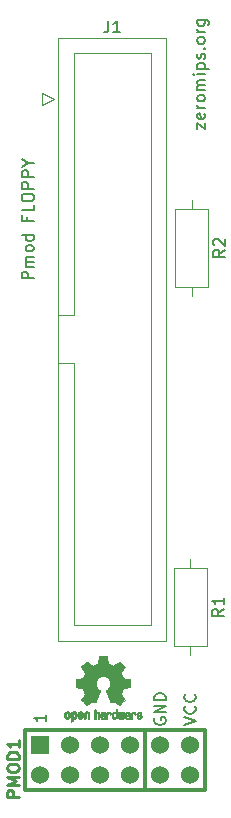
<source format=gbr>
%TF.GenerationSoftware,KiCad,Pcbnew,7.0.1*%
%TF.CreationDate,2024-01-08T20:06:19+01:00*%
%TF.ProjectId,pmod-floppy,706d6f64-2d66-46c6-9f70-70792e6b6963,rev?*%
%TF.SameCoordinates,Original*%
%TF.FileFunction,Legend,Top*%
%TF.FilePolarity,Positive*%
%FSLAX46Y46*%
G04 Gerber Fmt 4.6, Leading zero omitted, Abs format (unit mm)*
G04 Created by KiCad (PCBNEW 7.0.1) date 2024-01-08 20:06:19*
%MOMM*%
%LPD*%
G01*
G04 APERTURE LIST*
%ADD10C,0.150000*%
%ADD11C,0.254000*%
%ADD12C,0.010000*%
%ADD13C,0.120000*%
%ADD14C,0.304800*%
%ADD15R,1.524000X1.524000*%
%ADD16C,1.524000*%
G04 APERTURE END LIST*
D10*
X169460952Y-91357142D02*
X169460952Y-90833333D01*
X169460952Y-90833333D02*
X170127619Y-91357142D01*
X170127619Y-91357142D02*
X170127619Y-90833333D01*
X170080000Y-90071428D02*
X170127619Y-90166666D01*
X170127619Y-90166666D02*
X170127619Y-90357142D01*
X170127619Y-90357142D02*
X170080000Y-90452380D01*
X170080000Y-90452380D02*
X169984761Y-90499999D01*
X169984761Y-90499999D02*
X169603809Y-90499999D01*
X169603809Y-90499999D02*
X169508571Y-90452380D01*
X169508571Y-90452380D02*
X169460952Y-90357142D01*
X169460952Y-90357142D02*
X169460952Y-90166666D01*
X169460952Y-90166666D02*
X169508571Y-90071428D01*
X169508571Y-90071428D02*
X169603809Y-90023809D01*
X169603809Y-90023809D02*
X169699047Y-90023809D01*
X169699047Y-90023809D02*
X169794285Y-90499999D01*
X170127619Y-89595237D02*
X169460952Y-89595237D01*
X169651428Y-89595237D02*
X169556190Y-89547618D01*
X169556190Y-89547618D02*
X169508571Y-89499999D01*
X169508571Y-89499999D02*
X169460952Y-89404761D01*
X169460952Y-89404761D02*
X169460952Y-89309523D01*
X170127619Y-88833332D02*
X170080000Y-88928570D01*
X170080000Y-88928570D02*
X170032380Y-88976189D01*
X170032380Y-88976189D02*
X169937142Y-89023808D01*
X169937142Y-89023808D02*
X169651428Y-89023808D01*
X169651428Y-89023808D02*
X169556190Y-88976189D01*
X169556190Y-88976189D02*
X169508571Y-88928570D01*
X169508571Y-88928570D02*
X169460952Y-88833332D01*
X169460952Y-88833332D02*
X169460952Y-88690475D01*
X169460952Y-88690475D02*
X169508571Y-88595237D01*
X169508571Y-88595237D02*
X169556190Y-88547618D01*
X169556190Y-88547618D02*
X169651428Y-88499999D01*
X169651428Y-88499999D02*
X169937142Y-88499999D01*
X169937142Y-88499999D02*
X170032380Y-88547618D01*
X170032380Y-88547618D02*
X170080000Y-88595237D01*
X170080000Y-88595237D02*
X170127619Y-88690475D01*
X170127619Y-88690475D02*
X170127619Y-88833332D01*
X170127619Y-88071427D02*
X169460952Y-88071427D01*
X169556190Y-88071427D02*
X169508571Y-88023808D01*
X169508571Y-88023808D02*
X169460952Y-87928570D01*
X169460952Y-87928570D02*
X169460952Y-87785713D01*
X169460952Y-87785713D02*
X169508571Y-87690475D01*
X169508571Y-87690475D02*
X169603809Y-87642856D01*
X169603809Y-87642856D02*
X170127619Y-87642856D01*
X169603809Y-87642856D02*
X169508571Y-87595237D01*
X169508571Y-87595237D02*
X169460952Y-87499999D01*
X169460952Y-87499999D02*
X169460952Y-87357142D01*
X169460952Y-87357142D02*
X169508571Y-87261903D01*
X169508571Y-87261903D02*
X169603809Y-87214284D01*
X169603809Y-87214284D02*
X170127619Y-87214284D01*
X170127619Y-86738094D02*
X169460952Y-86738094D01*
X169127619Y-86738094D02*
X169175238Y-86785713D01*
X169175238Y-86785713D02*
X169222857Y-86738094D01*
X169222857Y-86738094D02*
X169175238Y-86690475D01*
X169175238Y-86690475D02*
X169127619Y-86738094D01*
X169127619Y-86738094D02*
X169222857Y-86738094D01*
X169460952Y-86261904D02*
X170460952Y-86261904D01*
X169508571Y-86261904D02*
X169460952Y-86166666D01*
X169460952Y-86166666D02*
X169460952Y-85976190D01*
X169460952Y-85976190D02*
X169508571Y-85880952D01*
X169508571Y-85880952D02*
X169556190Y-85833333D01*
X169556190Y-85833333D02*
X169651428Y-85785714D01*
X169651428Y-85785714D02*
X169937142Y-85785714D01*
X169937142Y-85785714D02*
X170032380Y-85833333D01*
X170032380Y-85833333D02*
X170080000Y-85880952D01*
X170080000Y-85880952D02*
X170127619Y-85976190D01*
X170127619Y-85976190D02*
X170127619Y-86166666D01*
X170127619Y-86166666D02*
X170080000Y-86261904D01*
X170080000Y-85404761D02*
X170127619Y-85309523D01*
X170127619Y-85309523D02*
X170127619Y-85119047D01*
X170127619Y-85119047D02*
X170080000Y-85023809D01*
X170080000Y-85023809D02*
X169984761Y-84976190D01*
X169984761Y-84976190D02*
X169937142Y-84976190D01*
X169937142Y-84976190D02*
X169841904Y-85023809D01*
X169841904Y-85023809D02*
X169794285Y-85119047D01*
X169794285Y-85119047D02*
X169794285Y-85261904D01*
X169794285Y-85261904D02*
X169746666Y-85357142D01*
X169746666Y-85357142D02*
X169651428Y-85404761D01*
X169651428Y-85404761D02*
X169603809Y-85404761D01*
X169603809Y-85404761D02*
X169508571Y-85357142D01*
X169508571Y-85357142D02*
X169460952Y-85261904D01*
X169460952Y-85261904D02*
X169460952Y-85119047D01*
X169460952Y-85119047D02*
X169508571Y-85023809D01*
X170032380Y-84547618D02*
X170080000Y-84499999D01*
X170080000Y-84499999D02*
X170127619Y-84547618D01*
X170127619Y-84547618D02*
X170080000Y-84595237D01*
X170080000Y-84595237D02*
X170032380Y-84547618D01*
X170032380Y-84547618D02*
X170127619Y-84547618D01*
X170127619Y-83928571D02*
X170080000Y-84023809D01*
X170080000Y-84023809D02*
X170032380Y-84071428D01*
X170032380Y-84071428D02*
X169937142Y-84119047D01*
X169937142Y-84119047D02*
X169651428Y-84119047D01*
X169651428Y-84119047D02*
X169556190Y-84071428D01*
X169556190Y-84071428D02*
X169508571Y-84023809D01*
X169508571Y-84023809D02*
X169460952Y-83928571D01*
X169460952Y-83928571D02*
X169460952Y-83785714D01*
X169460952Y-83785714D02*
X169508571Y-83690476D01*
X169508571Y-83690476D02*
X169556190Y-83642857D01*
X169556190Y-83642857D02*
X169651428Y-83595238D01*
X169651428Y-83595238D02*
X169937142Y-83595238D01*
X169937142Y-83595238D02*
X170032380Y-83642857D01*
X170032380Y-83642857D02*
X170080000Y-83690476D01*
X170080000Y-83690476D02*
X170127619Y-83785714D01*
X170127619Y-83785714D02*
X170127619Y-83928571D01*
X170127619Y-83166666D02*
X169460952Y-83166666D01*
X169651428Y-83166666D02*
X169556190Y-83119047D01*
X169556190Y-83119047D02*
X169508571Y-83071428D01*
X169508571Y-83071428D02*
X169460952Y-82976190D01*
X169460952Y-82976190D02*
X169460952Y-82880952D01*
X169460952Y-82119047D02*
X170270476Y-82119047D01*
X170270476Y-82119047D02*
X170365714Y-82166666D01*
X170365714Y-82166666D02*
X170413333Y-82214285D01*
X170413333Y-82214285D02*
X170460952Y-82309523D01*
X170460952Y-82309523D02*
X170460952Y-82452380D01*
X170460952Y-82452380D02*
X170413333Y-82547618D01*
X170080000Y-82119047D02*
X170127619Y-82214285D01*
X170127619Y-82214285D02*
X170127619Y-82404761D01*
X170127619Y-82404761D02*
X170080000Y-82499999D01*
X170080000Y-82499999D02*
X170032380Y-82547618D01*
X170032380Y-82547618D02*
X169937142Y-82595237D01*
X169937142Y-82595237D02*
X169651428Y-82595237D01*
X169651428Y-82595237D02*
X169556190Y-82547618D01*
X169556190Y-82547618D02*
X169508571Y-82499999D01*
X169508571Y-82499999D02*
X169460952Y-82404761D01*
X169460952Y-82404761D02*
X169460952Y-82214285D01*
X169460952Y-82214285D02*
X169508571Y-82119047D01*
X155627619Y-104011904D02*
X154627619Y-104011904D01*
X154627619Y-104011904D02*
X154627619Y-103630952D01*
X154627619Y-103630952D02*
X154675238Y-103535714D01*
X154675238Y-103535714D02*
X154722857Y-103488095D01*
X154722857Y-103488095D02*
X154818095Y-103440476D01*
X154818095Y-103440476D02*
X154960952Y-103440476D01*
X154960952Y-103440476D02*
X155056190Y-103488095D01*
X155056190Y-103488095D02*
X155103809Y-103535714D01*
X155103809Y-103535714D02*
X155151428Y-103630952D01*
X155151428Y-103630952D02*
X155151428Y-104011904D01*
X155627619Y-103011904D02*
X154960952Y-103011904D01*
X155056190Y-103011904D02*
X155008571Y-102964285D01*
X155008571Y-102964285D02*
X154960952Y-102869047D01*
X154960952Y-102869047D02*
X154960952Y-102726190D01*
X154960952Y-102726190D02*
X155008571Y-102630952D01*
X155008571Y-102630952D02*
X155103809Y-102583333D01*
X155103809Y-102583333D02*
X155627619Y-102583333D01*
X155103809Y-102583333D02*
X155008571Y-102535714D01*
X155008571Y-102535714D02*
X154960952Y-102440476D01*
X154960952Y-102440476D02*
X154960952Y-102297619D01*
X154960952Y-102297619D02*
X155008571Y-102202380D01*
X155008571Y-102202380D02*
X155103809Y-102154761D01*
X155103809Y-102154761D02*
X155627619Y-102154761D01*
X155627619Y-101535714D02*
X155580000Y-101630952D01*
X155580000Y-101630952D02*
X155532380Y-101678571D01*
X155532380Y-101678571D02*
X155437142Y-101726190D01*
X155437142Y-101726190D02*
X155151428Y-101726190D01*
X155151428Y-101726190D02*
X155056190Y-101678571D01*
X155056190Y-101678571D02*
X155008571Y-101630952D01*
X155008571Y-101630952D02*
X154960952Y-101535714D01*
X154960952Y-101535714D02*
X154960952Y-101392857D01*
X154960952Y-101392857D02*
X155008571Y-101297619D01*
X155008571Y-101297619D02*
X155056190Y-101250000D01*
X155056190Y-101250000D02*
X155151428Y-101202381D01*
X155151428Y-101202381D02*
X155437142Y-101202381D01*
X155437142Y-101202381D02*
X155532380Y-101250000D01*
X155532380Y-101250000D02*
X155580000Y-101297619D01*
X155580000Y-101297619D02*
X155627619Y-101392857D01*
X155627619Y-101392857D02*
X155627619Y-101535714D01*
X155627619Y-100345238D02*
X154627619Y-100345238D01*
X155580000Y-100345238D02*
X155627619Y-100440476D01*
X155627619Y-100440476D02*
X155627619Y-100630952D01*
X155627619Y-100630952D02*
X155580000Y-100726190D01*
X155580000Y-100726190D02*
X155532380Y-100773809D01*
X155532380Y-100773809D02*
X155437142Y-100821428D01*
X155437142Y-100821428D02*
X155151428Y-100821428D01*
X155151428Y-100821428D02*
X155056190Y-100773809D01*
X155056190Y-100773809D02*
X155008571Y-100726190D01*
X155008571Y-100726190D02*
X154960952Y-100630952D01*
X154960952Y-100630952D02*
X154960952Y-100440476D01*
X154960952Y-100440476D02*
X155008571Y-100345238D01*
X155103809Y-98773809D02*
X155103809Y-99107142D01*
X155627619Y-99107142D02*
X154627619Y-99107142D01*
X154627619Y-99107142D02*
X154627619Y-98630952D01*
X155627619Y-97773809D02*
X155627619Y-98249999D01*
X155627619Y-98249999D02*
X154627619Y-98249999D01*
X154627619Y-97249999D02*
X154627619Y-97059523D01*
X154627619Y-97059523D02*
X154675238Y-96964285D01*
X154675238Y-96964285D02*
X154770476Y-96869047D01*
X154770476Y-96869047D02*
X154960952Y-96821428D01*
X154960952Y-96821428D02*
X155294285Y-96821428D01*
X155294285Y-96821428D02*
X155484761Y-96869047D01*
X155484761Y-96869047D02*
X155580000Y-96964285D01*
X155580000Y-96964285D02*
X155627619Y-97059523D01*
X155627619Y-97059523D02*
X155627619Y-97249999D01*
X155627619Y-97249999D02*
X155580000Y-97345237D01*
X155580000Y-97345237D02*
X155484761Y-97440475D01*
X155484761Y-97440475D02*
X155294285Y-97488094D01*
X155294285Y-97488094D02*
X154960952Y-97488094D01*
X154960952Y-97488094D02*
X154770476Y-97440475D01*
X154770476Y-97440475D02*
X154675238Y-97345237D01*
X154675238Y-97345237D02*
X154627619Y-97249999D01*
X155627619Y-96392856D02*
X154627619Y-96392856D01*
X154627619Y-96392856D02*
X154627619Y-96011904D01*
X154627619Y-96011904D02*
X154675238Y-95916666D01*
X154675238Y-95916666D02*
X154722857Y-95869047D01*
X154722857Y-95869047D02*
X154818095Y-95821428D01*
X154818095Y-95821428D02*
X154960952Y-95821428D01*
X154960952Y-95821428D02*
X155056190Y-95869047D01*
X155056190Y-95869047D02*
X155103809Y-95916666D01*
X155103809Y-95916666D02*
X155151428Y-96011904D01*
X155151428Y-96011904D02*
X155151428Y-96392856D01*
X155627619Y-95392856D02*
X154627619Y-95392856D01*
X154627619Y-95392856D02*
X154627619Y-95011904D01*
X154627619Y-95011904D02*
X154675238Y-94916666D01*
X154675238Y-94916666D02*
X154722857Y-94869047D01*
X154722857Y-94869047D02*
X154818095Y-94821428D01*
X154818095Y-94821428D02*
X154960952Y-94821428D01*
X154960952Y-94821428D02*
X155056190Y-94869047D01*
X155056190Y-94869047D02*
X155103809Y-94916666D01*
X155103809Y-94916666D02*
X155151428Y-95011904D01*
X155151428Y-95011904D02*
X155151428Y-95392856D01*
X155151428Y-94202380D02*
X155627619Y-94202380D01*
X154627619Y-94535713D02*
X155151428Y-94202380D01*
X155151428Y-94202380D02*
X154627619Y-93869047D01*
%TO.C,R2*%
X171832619Y-101586666D02*
X171356428Y-101919999D01*
X171832619Y-102158094D02*
X170832619Y-102158094D01*
X170832619Y-102158094D02*
X170832619Y-101777142D01*
X170832619Y-101777142D02*
X170880238Y-101681904D01*
X170880238Y-101681904D02*
X170927857Y-101634285D01*
X170927857Y-101634285D02*
X171023095Y-101586666D01*
X171023095Y-101586666D02*
X171165952Y-101586666D01*
X171165952Y-101586666D02*
X171261190Y-101634285D01*
X171261190Y-101634285D02*
X171308809Y-101681904D01*
X171308809Y-101681904D02*
X171356428Y-101777142D01*
X171356428Y-101777142D02*
X171356428Y-102158094D01*
X170927857Y-101205713D02*
X170880238Y-101158094D01*
X170880238Y-101158094D02*
X170832619Y-101062856D01*
X170832619Y-101062856D02*
X170832619Y-100824761D01*
X170832619Y-100824761D02*
X170880238Y-100729523D01*
X170880238Y-100729523D02*
X170927857Y-100681904D01*
X170927857Y-100681904D02*
X171023095Y-100634285D01*
X171023095Y-100634285D02*
X171118333Y-100634285D01*
X171118333Y-100634285D02*
X171261190Y-100681904D01*
X171261190Y-100681904D02*
X171832619Y-101253332D01*
X171832619Y-101253332D02*
X171832619Y-100634285D01*
D11*
%TO.C,PMOD1*%
X154394020Y-147912666D02*
X153378020Y-147912666D01*
X153378020Y-147912666D02*
X153378020Y-147525618D01*
X153378020Y-147525618D02*
X153426401Y-147428856D01*
X153426401Y-147428856D02*
X153474782Y-147380475D01*
X153474782Y-147380475D02*
X153571544Y-147332094D01*
X153571544Y-147332094D02*
X153716687Y-147332094D01*
X153716687Y-147332094D02*
X153813449Y-147380475D01*
X153813449Y-147380475D02*
X153861830Y-147428856D01*
X153861830Y-147428856D02*
X153910211Y-147525618D01*
X153910211Y-147525618D02*
X153910211Y-147912666D01*
X154394020Y-146896666D02*
X153378020Y-146896666D01*
X153378020Y-146896666D02*
X154103735Y-146557999D01*
X154103735Y-146557999D02*
X153378020Y-146219332D01*
X153378020Y-146219332D02*
X154394020Y-146219332D01*
X153378020Y-145541999D02*
X153378020Y-145348475D01*
X153378020Y-145348475D02*
X153426401Y-145251713D01*
X153426401Y-145251713D02*
X153523163Y-145154951D01*
X153523163Y-145154951D02*
X153716687Y-145106570D01*
X153716687Y-145106570D02*
X154055354Y-145106570D01*
X154055354Y-145106570D02*
X154248878Y-145154951D01*
X154248878Y-145154951D02*
X154345640Y-145251713D01*
X154345640Y-145251713D02*
X154394020Y-145348475D01*
X154394020Y-145348475D02*
X154394020Y-145541999D01*
X154394020Y-145541999D02*
X154345640Y-145638761D01*
X154345640Y-145638761D02*
X154248878Y-145735523D01*
X154248878Y-145735523D02*
X154055354Y-145783904D01*
X154055354Y-145783904D02*
X153716687Y-145783904D01*
X153716687Y-145783904D02*
X153523163Y-145735523D01*
X153523163Y-145735523D02*
X153426401Y-145638761D01*
X153426401Y-145638761D02*
X153378020Y-145541999D01*
X154394020Y-144671142D02*
X153378020Y-144671142D01*
X153378020Y-144671142D02*
X153378020Y-144429237D01*
X153378020Y-144429237D02*
X153426401Y-144284094D01*
X153426401Y-144284094D02*
X153523163Y-144187332D01*
X153523163Y-144187332D02*
X153619925Y-144138951D01*
X153619925Y-144138951D02*
X153813449Y-144090570D01*
X153813449Y-144090570D02*
X153958592Y-144090570D01*
X153958592Y-144090570D02*
X154152116Y-144138951D01*
X154152116Y-144138951D02*
X154248878Y-144187332D01*
X154248878Y-144187332D02*
X154345640Y-144284094D01*
X154345640Y-144284094D02*
X154394020Y-144429237D01*
X154394020Y-144429237D02*
X154394020Y-144671142D01*
X154394020Y-143122951D02*
X154394020Y-143703523D01*
X154394020Y-143413237D02*
X153378020Y-143413237D01*
X153378020Y-143413237D02*
X153523163Y-143509999D01*
X153523163Y-143509999D02*
X153619925Y-143606761D01*
X153619925Y-143606761D02*
X153668306Y-143703523D01*
D10*
X165880238Y-141223904D02*
X165832619Y-141319142D01*
X165832619Y-141319142D02*
X165832619Y-141461999D01*
X165832619Y-141461999D02*
X165880238Y-141604856D01*
X165880238Y-141604856D02*
X165975476Y-141700094D01*
X165975476Y-141700094D02*
X166070714Y-141747713D01*
X166070714Y-141747713D02*
X166261190Y-141795332D01*
X166261190Y-141795332D02*
X166404047Y-141795332D01*
X166404047Y-141795332D02*
X166594523Y-141747713D01*
X166594523Y-141747713D02*
X166689761Y-141700094D01*
X166689761Y-141700094D02*
X166785000Y-141604856D01*
X166785000Y-141604856D02*
X166832619Y-141461999D01*
X166832619Y-141461999D02*
X166832619Y-141366761D01*
X166832619Y-141366761D02*
X166785000Y-141223904D01*
X166785000Y-141223904D02*
X166737380Y-141176285D01*
X166737380Y-141176285D02*
X166404047Y-141176285D01*
X166404047Y-141176285D02*
X166404047Y-141366761D01*
X166832619Y-140747713D02*
X165832619Y-140747713D01*
X165832619Y-140747713D02*
X166832619Y-140176285D01*
X166832619Y-140176285D02*
X165832619Y-140176285D01*
X166832619Y-139700094D02*
X165832619Y-139700094D01*
X165832619Y-139700094D02*
X165832619Y-139461999D01*
X165832619Y-139461999D02*
X165880238Y-139319142D01*
X165880238Y-139319142D02*
X165975476Y-139223904D01*
X165975476Y-139223904D02*
X166070714Y-139176285D01*
X166070714Y-139176285D02*
X166261190Y-139128666D01*
X166261190Y-139128666D02*
X166404047Y-139128666D01*
X166404047Y-139128666D02*
X166594523Y-139176285D01*
X166594523Y-139176285D02*
X166689761Y-139223904D01*
X166689761Y-139223904D02*
X166785000Y-139319142D01*
X166785000Y-139319142D02*
X166832619Y-139461999D01*
X166832619Y-139461999D02*
X166832619Y-139700094D01*
X156672619Y-140938285D02*
X156672619Y-141509713D01*
X156672619Y-141223999D02*
X155672619Y-141223999D01*
X155672619Y-141223999D02*
X155815476Y-141319237D01*
X155815476Y-141319237D02*
X155910714Y-141414475D01*
X155910714Y-141414475D02*
X155958333Y-141509713D01*
X168372619Y-141795332D02*
X169372619Y-141461999D01*
X169372619Y-141461999D02*
X168372619Y-141128666D01*
X169277380Y-140223904D02*
X169325000Y-140271523D01*
X169325000Y-140271523D02*
X169372619Y-140414380D01*
X169372619Y-140414380D02*
X169372619Y-140509618D01*
X169372619Y-140509618D02*
X169325000Y-140652475D01*
X169325000Y-140652475D02*
X169229761Y-140747713D01*
X169229761Y-140747713D02*
X169134523Y-140795332D01*
X169134523Y-140795332D02*
X168944047Y-140842951D01*
X168944047Y-140842951D02*
X168801190Y-140842951D01*
X168801190Y-140842951D02*
X168610714Y-140795332D01*
X168610714Y-140795332D02*
X168515476Y-140747713D01*
X168515476Y-140747713D02*
X168420238Y-140652475D01*
X168420238Y-140652475D02*
X168372619Y-140509618D01*
X168372619Y-140509618D02*
X168372619Y-140414380D01*
X168372619Y-140414380D02*
X168420238Y-140271523D01*
X168420238Y-140271523D02*
X168467857Y-140223904D01*
X169277380Y-139223904D02*
X169325000Y-139271523D01*
X169325000Y-139271523D02*
X169372619Y-139414380D01*
X169372619Y-139414380D02*
X169372619Y-139509618D01*
X169372619Y-139509618D02*
X169325000Y-139652475D01*
X169325000Y-139652475D02*
X169229761Y-139747713D01*
X169229761Y-139747713D02*
X169134523Y-139795332D01*
X169134523Y-139795332D02*
X168944047Y-139842951D01*
X168944047Y-139842951D02*
X168801190Y-139842951D01*
X168801190Y-139842951D02*
X168610714Y-139795332D01*
X168610714Y-139795332D02*
X168515476Y-139747713D01*
X168515476Y-139747713D02*
X168420238Y-139652475D01*
X168420238Y-139652475D02*
X168372619Y-139509618D01*
X168372619Y-139509618D02*
X168372619Y-139414380D01*
X168372619Y-139414380D02*
X168420238Y-139271523D01*
X168420238Y-139271523D02*
X168467857Y-139223904D01*
%TO.C,R1*%
X171742619Y-131992666D02*
X171266428Y-132325999D01*
X171742619Y-132564094D02*
X170742619Y-132564094D01*
X170742619Y-132564094D02*
X170742619Y-132183142D01*
X170742619Y-132183142D02*
X170790238Y-132087904D01*
X170790238Y-132087904D02*
X170837857Y-132040285D01*
X170837857Y-132040285D02*
X170933095Y-131992666D01*
X170933095Y-131992666D02*
X171075952Y-131992666D01*
X171075952Y-131992666D02*
X171171190Y-132040285D01*
X171171190Y-132040285D02*
X171218809Y-132087904D01*
X171218809Y-132087904D02*
X171266428Y-132183142D01*
X171266428Y-132183142D02*
X171266428Y-132564094D01*
X171742619Y-131040285D02*
X171742619Y-131611713D01*
X171742619Y-131325999D02*
X170742619Y-131325999D01*
X170742619Y-131325999D02*
X170885476Y-131421237D01*
X170885476Y-131421237D02*
X170980714Y-131516475D01*
X170980714Y-131516475D02*
X171028333Y-131611713D01*
%TO.C,J1*%
X161956666Y-82182619D02*
X161956666Y-82896904D01*
X161956666Y-82896904D02*
X161909047Y-83039761D01*
X161909047Y-83039761D02*
X161813809Y-83135000D01*
X161813809Y-83135000D02*
X161670952Y-83182619D01*
X161670952Y-83182619D02*
X161575714Y-83182619D01*
X162956666Y-83182619D02*
X162385238Y-83182619D01*
X162670952Y-83182619D02*
X162670952Y-82182619D01*
X162670952Y-82182619D02*
X162575714Y-82325476D01*
X162575714Y-82325476D02*
X162480476Y-82420714D01*
X162480476Y-82420714D02*
X162385238Y-82468333D01*
%TO.C,REF\u002A\u002A*%
D12*
X163279833Y-140708663D02*
X163282048Y-140746850D01*
X163283784Y-140804886D01*
X163284899Y-140878180D01*
X163285257Y-140955055D01*
X163285257Y-141215196D01*
X163239326Y-141261127D01*
X163207675Y-141289429D01*
X163179890Y-141300893D01*
X163141915Y-141300168D01*
X163126840Y-141298321D01*
X163079726Y-141292948D01*
X163040756Y-141289869D01*
X163031257Y-141289585D01*
X162999233Y-141291445D01*
X162953432Y-141296114D01*
X162935674Y-141298321D01*
X162892057Y-141301735D01*
X162862745Y-141294320D01*
X162833680Y-141271427D01*
X162823188Y-141261127D01*
X162777257Y-141215196D01*
X162777257Y-140728602D01*
X162814226Y-140711758D01*
X162846059Y-140699282D01*
X162864683Y-140694914D01*
X162869458Y-140708718D01*
X162873921Y-140747286D01*
X162877775Y-140806356D01*
X162880722Y-140881663D01*
X162882143Y-140945286D01*
X162886114Y-141195657D01*
X162920759Y-141200556D01*
X162952268Y-141197131D01*
X162967708Y-141186041D01*
X162972023Y-141165308D01*
X162975708Y-141121145D01*
X162978469Y-141059146D01*
X162980012Y-140984909D01*
X162980235Y-140946706D01*
X162980457Y-140726783D01*
X163026166Y-140710849D01*
X163058518Y-140700015D01*
X163076115Y-140694962D01*
X163076623Y-140694914D01*
X163078388Y-140708648D01*
X163080329Y-140746730D01*
X163082282Y-140804482D01*
X163084084Y-140877227D01*
X163085343Y-140945286D01*
X163089314Y-141195657D01*
X163176400Y-141195657D01*
X163180396Y-140967240D01*
X163184392Y-140738822D01*
X163226847Y-140716868D01*
X163258192Y-140701793D01*
X163276744Y-140694951D01*
X163277279Y-140694914D01*
X163279833Y-140708663D01*
G36*
X163279833Y-140708663D02*
G01*
X163282048Y-140746850D01*
X163283784Y-140804886D01*
X163284899Y-140878180D01*
X163285257Y-140955055D01*
X163285257Y-141215196D01*
X163239326Y-141261127D01*
X163207675Y-141289429D01*
X163179890Y-141300893D01*
X163141915Y-141300168D01*
X163126840Y-141298321D01*
X163079726Y-141292948D01*
X163040756Y-141289869D01*
X163031257Y-141289585D01*
X162999233Y-141291445D01*
X162953432Y-141296114D01*
X162935674Y-141298321D01*
X162892057Y-141301735D01*
X162862745Y-141294320D01*
X162833680Y-141271427D01*
X162823188Y-141261127D01*
X162777257Y-141215196D01*
X162777257Y-140728602D01*
X162814226Y-140711758D01*
X162846059Y-140699282D01*
X162864683Y-140694914D01*
X162869458Y-140708718D01*
X162873921Y-140747286D01*
X162877775Y-140806356D01*
X162880722Y-140881663D01*
X162882143Y-140945286D01*
X162886114Y-141195657D01*
X162920759Y-141200556D01*
X162952268Y-141197131D01*
X162967708Y-141186041D01*
X162972023Y-141165308D01*
X162975708Y-141121145D01*
X162978469Y-141059146D01*
X162980012Y-140984909D01*
X162980235Y-140946706D01*
X162980457Y-140726783D01*
X163026166Y-140710849D01*
X163058518Y-140700015D01*
X163076115Y-140694962D01*
X163076623Y-140694914D01*
X163078388Y-140708648D01*
X163080329Y-140746730D01*
X163082282Y-140804482D01*
X163084084Y-140877227D01*
X163085343Y-140945286D01*
X163089314Y-141195657D01*
X163176400Y-141195657D01*
X163180396Y-140967240D01*
X163184392Y-140738822D01*
X163226847Y-140716868D01*
X163258192Y-140701793D01*
X163276744Y-140694951D01*
X163277279Y-140694914D01*
X163279833Y-140708663D01*
G37*
X158234322Y-140980192D02*
X158379429Y-140980192D01*
X158380273Y-141046430D01*
X158383596Y-141090386D01*
X158390583Y-141118779D01*
X158402416Y-141138325D01*
X158408457Y-141144857D01*
X158443186Y-141169680D01*
X158476903Y-141168548D01*
X158510995Y-141147016D01*
X158531329Y-141124029D01*
X158543371Y-141090478D01*
X158550134Y-141037569D01*
X158550598Y-141031399D01*
X158551752Y-140935513D01*
X158539688Y-140864299D01*
X158514570Y-140818194D01*
X158476560Y-140797635D01*
X158462992Y-140796514D01*
X158427364Y-140802152D01*
X158402994Y-140821686D01*
X158388093Y-140859042D01*
X158380875Y-140918150D01*
X158379429Y-140980192D01*
X158234322Y-140980192D01*
X158234826Y-140910413D01*
X158237096Y-140858159D01*
X158242068Y-140821949D01*
X158250713Y-140795299D01*
X158264005Y-140771722D01*
X158266943Y-140767338D01*
X158316313Y-140708249D01*
X158370109Y-140673947D01*
X158435602Y-140660331D01*
X158457842Y-140659665D01*
X158541115Y-140671962D01*
X158609145Y-140707733D01*
X158659351Y-140765301D01*
X158677185Y-140802312D01*
X158691063Y-140857882D01*
X158698167Y-140928096D01*
X158698840Y-141004727D01*
X158693427Y-141079552D01*
X158682270Y-141144342D01*
X158665714Y-141190873D01*
X158660626Y-141198887D01*
X158600355Y-141258707D01*
X158528769Y-141294535D01*
X158451092Y-141305020D01*
X158372548Y-141288810D01*
X158350689Y-141279092D01*
X158308122Y-141249143D01*
X158270763Y-141209433D01*
X158267232Y-141204397D01*
X158252881Y-141180124D01*
X158243394Y-141154178D01*
X158237790Y-141120022D01*
X158235086Y-141071119D01*
X158234299Y-141000935D01*
X158234286Y-140985200D01*
X158234322Y-140980192D01*
G36*
X158234322Y-140980192D02*
G01*
X158379429Y-140980192D01*
X158380273Y-141046430D01*
X158383596Y-141090386D01*
X158390583Y-141118779D01*
X158402416Y-141138325D01*
X158408457Y-141144857D01*
X158443186Y-141169680D01*
X158476903Y-141168548D01*
X158510995Y-141147016D01*
X158531329Y-141124029D01*
X158543371Y-141090478D01*
X158550134Y-141037569D01*
X158550598Y-141031399D01*
X158551752Y-140935513D01*
X158539688Y-140864299D01*
X158514570Y-140818194D01*
X158476560Y-140797635D01*
X158462992Y-140796514D01*
X158427364Y-140802152D01*
X158402994Y-140821686D01*
X158388093Y-140859042D01*
X158380875Y-140918150D01*
X158379429Y-140980192D01*
X158234322Y-140980192D01*
X158234826Y-140910413D01*
X158237096Y-140858159D01*
X158242068Y-140821949D01*
X158250713Y-140795299D01*
X158264005Y-140771722D01*
X158266943Y-140767338D01*
X158316313Y-140708249D01*
X158370109Y-140673947D01*
X158435602Y-140660331D01*
X158457842Y-140659665D01*
X158541115Y-140671962D01*
X158609145Y-140707733D01*
X158659351Y-140765301D01*
X158677185Y-140802312D01*
X158691063Y-140857882D01*
X158698167Y-140928096D01*
X158698840Y-141004727D01*
X158693427Y-141079552D01*
X158682270Y-141144342D01*
X158665714Y-141190873D01*
X158660626Y-141198887D01*
X158600355Y-141258707D01*
X158528769Y-141294535D01*
X158451092Y-141305020D01*
X158372548Y-141288810D01*
X158350689Y-141279092D01*
X158308122Y-141249143D01*
X158270763Y-141209433D01*
X158267232Y-141204397D01*
X158252881Y-141180124D01*
X158243394Y-141154178D01*
X158237790Y-141120022D01*
X158235086Y-141071119D01*
X158234299Y-141000935D01*
X158234286Y-140985200D01*
X158234322Y-140980192D01*
G37*
X164360372Y-140956247D02*
X164448007Y-140956247D01*
X164449023Y-140981126D01*
X164451556Y-140985200D01*
X164468274Y-140979665D01*
X164504249Y-140965017D01*
X164552331Y-140944190D01*
X164562386Y-140939714D01*
X164623152Y-140908814D01*
X164656632Y-140881657D01*
X164663990Y-140856220D01*
X164646391Y-140830481D01*
X164631856Y-140819109D01*
X164579410Y-140796364D01*
X164530322Y-140800122D01*
X164489227Y-140827884D01*
X164460758Y-140877152D01*
X164451631Y-140916257D01*
X164448007Y-140956247D01*
X164360372Y-140956247D01*
X164361285Y-140912249D01*
X164368196Y-140845384D01*
X164381884Y-140796695D01*
X164404096Y-140760849D01*
X164436574Y-140732513D01*
X164450733Y-140723355D01*
X164515053Y-140699507D01*
X164585473Y-140698006D01*
X164653595Y-140716966D01*
X164711021Y-140754497D01*
X164738719Y-140788096D01*
X164760662Y-140849064D01*
X164762405Y-140897308D01*
X164758457Y-140961816D01*
X164609686Y-141026934D01*
X164537349Y-141060202D01*
X164490084Y-141086964D01*
X164465507Y-141110144D01*
X164461237Y-141132667D01*
X164474889Y-141157455D01*
X164489943Y-141173886D01*
X164533746Y-141200235D01*
X164581389Y-141202081D01*
X164625145Y-141181546D01*
X164657289Y-141140752D01*
X164663038Y-141126347D01*
X164690576Y-141081356D01*
X164722258Y-141062182D01*
X164765714Y-141045779D01*
X164765714Y-141107966D01*
X164761872Y-141150283D01*
X164746823Y-141185969D01*
X164715280Y-141226943D01*
X164710592Y-141232267D01*
X164675506Y-141268720D01*
X164645347Y-141288283D01*
X164607615Y-141297283D01*
X164576335Y-141300230D01*
X164520385Y-141300965D01*
X164480555Y-141291660D01*
X164455708Y-141277846D01*
X164416656Y-141247467D01*
X164389625Y-141214613D01*
X164372517Y-141173294D01*
X164363238Y-141117521D01*
X164359693Y-141041305D01*
X164359410Y-141002622D01*
X164360372Y-140956247D01*
G36*
X164360372Y-140956247D02*
G01*
X164448007Y-140956247D01*
X164449023Y-140981126D01*
X164451556Y-140985200D01*
X164468274Y-140979665D01*
X164504249Y-140965017D01*
X164552331Y-140944190D01*
X164562386Y-140939714D01*
X164623152Y-140908814D01*
X164656632Y-140881657D01*
X164663990Y-140856220D01*
X164646391Y-140830481D01*
X164631856Y-140819109D01*
X164579410Y-140796364D01*
X164530322Y-140800122D01*
X164489227Y-140827884D01*
X164460758Y-140877152D01*
X164451631Y-140916257D01*
X164448007Y-140956247D01*
X164360372Y-140956247D01*
X164361285Y-140912249D01*
X164368196Y-140845384D01*
X164381884Y-140796695D01*
X164404096Y-140760849D01*
X164436574Y-140732513D01*
X164450733Y-140723355D01*
X164515053Y-140699507D01*
X164585473Y-140698006D01*
X164653595Y-140716966D01*
X164711021Y-140754497D01*
X164738719Y-140788096D01*
X164760662Y-140849064D01*
X164762405Y-140897308D01*
X164758457Y-140961816D01*
X164609686Y-141026934D01*
X164537349Y-141060202D01*
X164490084Y-141086964D01*
X164465507Y-141110144D01*
X164461237Y-141132667D01*
X164474889Y-141157455D01*
X164489943Y-141173886D01*
X164533746Y-141200235D01*
X164581389Y-141202081D01*
X164625145Y-141181546D01*
X164657289Y-141140752D01*
X164663038Y-141126347D01*
X164690576Y-141081356D01*
X164722258Y-141062182D01*
X164765714Y-141045779D01*
X164765714Y-141107966D01*
X164761872Y-141150283D01*
X164746823Y-141185969D01*
X164715280Y-141226943D01*
X164710592Y-141232267D01*
X164675506Y-141268720D01*
X164645347Y-141288283D01*
X164607615Y-141297283D01*
X164576335Y-141300230D01*
X164520385Y-141300965D01*
X164480555Y-141291660D01*
X164455708Y-141277846D01*
X164416656Y-141247467D01*
X164389625Y-141214613D01*
X164372517Y-141173294D01*
X164363238Y-141117521D01*
X164359693Y-141041305D01*
X164359410Y-141002622D01*
X164360372Y-140956247D01*
G37*
X160216093Y-140677780D02*
X160262672Y-140704723D01*
X160295057Y-140731466D01*
X160318742Y-140759484D01*
X160335059Y-140793748D01*
X160345339Y-140839227D01*
X160350914Y-140900892D01*
X160353116Y-140983711D01*
X160353371Y-141043246D01*
X160353371Y-141262391D01*
X160291686Y-141290044D01*
X160230000Y-141317697D01*
X160222743Y-141077670D01*
X160219744Y-140988028D01*
X160216598Y-140922962D01*
X160212701Y-140878026D01*
X160207447Y-140848770D01*
X160200231Y-140830748D01*
X160190450Y-140819511D01*
X160187312Y-140817079D01*
X160139761Y-140798083D01*
X160091697Y-140805600D01*
X160063086Y-140825543D01*
X160051447Y-140839675D01*
X160043391Y-140858220D01*
X160038271Y-140886334D01*
X160035441Y-140929173D01*
X160034256Y-140991895D01*
X160034057Y-141057261D01*
X160034018Y-141139268D01*
X160032614Y-141197316D01*
X160027914Y-141236465D01*
X160017987Y-141261780D01*
X160000903Y-141278323D01*
X159974732Y-141291156D01*
X159939775Y-141304491D01*
X159901596Y-141319007D01*
X159906141Y-141061389D01*
X159907971Y-140968519D01*
X159910112Y-140899889D01*
X159913181Y-140850711D01*
X159917794Y-140816198D01*
X159924568Y-140791562D01*
X159934119Y-140772016D01*
X159945634Y-140754770D01*
X160001190Y-140699680D01*
X160068980Y-140667822D01*
X160142713Y-140660191D01*
X160216093Y-140677780D01*
G36*
X160216093Y-140677780D02*
G01*
X160262672Y-140704723D01*
X160295057Y-140731466D01*
X160318742Y-140759484D01*
X160335059Y-140793748D01*
X160345339Y-140839227D01*
X160350914Y-140900892D01*
X160353116Y-140983711D01*
X160353371Y-141043246D01*
X160353371Y-141262391D01*
X160291686Y-141290044D01*
X160230000Y-141317697D01*
X160222743Y-141077670D01*
X160219744Y-140988028D01*
X160216598Y-140922962D01*
X160212701Y-140878026D01*
X160207447Y-140848770D01*
X160200231Y-140830748D01*
X160190450Y-140819511D01*
X160187312Y-140817079D01*
X160139761Y-140798083D01*
X160091697Y-140805600D01*
X160063086Y-140825543D01*
X160051447Y-140839675D01*
X160043391Y-140858220D01*
X160038271Y-140886334D01*
X160035441Y-140929173D01*
X160034256Y-140991895D01*
X160034057Y-141057261D01*
X160034018Y-141139268D01*
X160032614Y-141197316D01*
X160027914Y-141236465D01*
X160017987Y-141261780D01*
X160000903Y-141278323D01*
X159974732Y-141291156D01*
X159939775Y-141304491D01*
X159901596Y-141319007D01*
X159906141Y-141061389D01*
X159907971Y-140968519D01*
X159910112Y-140899889D01*
X159913181Y-140850711D01*
X159917794Y-140816198D01*
X159924568Y-140791562D01*
X159934119Y-140772016D01*
X159945634Y-140754770D01*
X160001190Y-140699680D01*
X160068980Y-140667822D01*
X160142713Y-140660191D01*
X160216093Y-140677780D01*
G37*
X164152600Y-140708752D02*
X164169948Y-140716334D01*
X164211356Y-140749128D01*
X164246765Y-140796547D01*
X164268664Y-140847151D01*
X164272229Y-140872098D01*
X164260279Y-140906927D01*
X164234067Y-140925357D01*
X164205964Y-140936516D01*
X164193095Y-140938572D01*
X164186829Y-140923649D01*
X164174456Y-140891175D01*
X164169028Y-140876502D01*
X164138590Y-140825744D01*
X164094520Y-140800427D01*
X164038010Y-140801206D01*
X164033825Y-140802203D01*
X164003655Y-140816507D01*
X163981476Y-140844393D01*
X163966327Y-140889287D01*
X163957250Y-140954615D01*
X163953286Y-141043804D01*
X163952914Y-141091261D01*
X163952730Y-141166071D01*
X163951522Y-141217069D01*
X163948309Y-141249471D01*
X163942109Y-141268495D01*
X163931940Y-141279356D01*
X163916819Y-141287272D01*
X163915946Y-141287670D01*
X163886828Y-141299981D01*
X163872403Y-141304514D01*
X163870186Y-141290809D01*
X163868289Y-141252925D01*
X163866847Y-141195715D01*
X163865998Y-141124027D01*
X163865829Y-141071565D01*
X163866692Y-140970047D01*
X163870070Y-140893032D01*
X163877142Y-140836023D01*
X163889088Y-140794526D01*
X163907090Y-140764043D01*
X163932327Y-140740080D01*
X163957247Y-140723355D01*
X164017171Y-140701097D01*
X164086911Y-140696076D01*
X164152600Y-140708752D01*
G36*
X164152600Y-140708752D02*
G01*
X164169948Y-140716334D01*
X164211356Y-140749128D01*
X164246765Y-140796547D01*
X164268664Y-140847151D01*
X164272229Y-140872098D01*
X164260279Y-140906927D01*
X164234067Y-140925357D01*
X164205964Y-140936516D01*
X164193095Y-140938572D01*
X164186829Y-140923649D01*
X164174456Y-140891175D01*
X164169028Y-140876502D01*
X164138590Y-140825744D01*
X164094520Y-140800427D01*
X164038010Y-140801206D01*
X164033825Y-140802203D01*
X164003655Y-140816507D01*
X163981476Y-140844393D01*
X163966327Y-140889287D01*
X163957250Y-140954615D01*
X163953286Y-141043804D01*
X163952914Y-141091261D01*
X163952730Y-141166071D01*
X163951522Y-141217069D01*
X163948309Y-141249471D01*
X163942109Y-141268495D01*
X163931940Y-141279356D01*
X163916819Y-141287272D01*
X163915946Y-141287670D01*
X163886828Y-141299981D01*
X163872403Y-141304514D01*
X163870186Y-141290809D01*
X163868289Y-141252925D01*
X163866847Y-141195715D01*
X163865998Y-141124027D01*
X163865829Y-141071565D01*
X163866692Y-140970047D01*
X163870070Y-140893032D01*
X163877142Y-140836023D01*
X163889088Y-140794526D01*
X163907090Y-140764043D01*
X163932327Y-140740080D01*
X163957247Y-140723355D01*
X164017171Y-140701097D01*
X164086911Y-140696076D01*
X164152600Y-140708752D01*
G37*
X162269458Y-140995647D02*
X162370857Y-140995647D01*
X162371476Y-141060550D01*
X162374314Y-141103514D01*
X162380840Y-141131622D01*
X162392523Y-141151953D01*
X162406483Y-141167288D01*
X162453365Y-141196890D01*
X162503701Y-141199419D01*
X162551276Y-141174705D01*
X162554979Y-141171356D01*
X162570783Y-141153935D01*
X162580693Y-141133209D01*
X162586058Y-141102362D01*
X162588228Y-141054577D01*
X162588571Y-141001748D01*
X162587827Y-140935381D01*
X162584748Y-140891106D01*
X162578061Y-140862009D01*
X162566496Y-140841173D01*
X162557013Y-140830107D01*
X162512960Y-140802198D01*
X162462224Y-140798843D01*
X162413796Y-140820159D01*
X162404450Y-140828073D01*
X162388540Y-140845647D01*
X162378610Y-140866587D01*
X162373278Y-140897782D01*
X162371163Y-140946122D01*
X162370857Y-140995647D01*
X162269458Y-140995647D01*
X162272810Y-140908568D01*
X162284726Y-140840086D01*
X162307135Y-140788600D01*
X162342124Y-140748443D01*
X162369375Y-140727861D01*
X162418907Y-140705625D01*
X162476316Y-140695304D01*
X162529682Y-140698067D01*
X162559543Y-140709212D01*
X162571261Y-140712383D01*
X162579037Y-140700557D01*
X162584465Y-140668866D01*
X162588571Y-140620593D01*
X162593067Y-140566829D01*
X162599313Y-140534482D01*
X162610676Y-140515985D01*
X162630528Y-140503770D01*
X162643000Y-140498362D01*
X162690171Y-140478601D01*
X162690117Y-140815358D01*
X162689933Y-140923837D01*
X162689219Y-141007287D01*
X162687675Y-141069704D01*
X162685001Y-141115085D01*
X162680894Y-141147429D01*
X162675055Y-141170733D01*
X162667182Y-141188995D01*
X162661221Y-141199418D01*
X162611855Y-141255945D01*
X162549264Y-141291377D01*
X162480013Y-141304090D01*
X162410668Y-141292463D01*
X162369375Y-141271568D01*
X162326025Y-141235422D01*
X162296481Y-141191276D01*
X162278655Y-141133462D01*
X162270463Y-141056313D01*
X162269302Y-140999714D01*
X162269458Y-140995647D01*
G36*
X162269458Y-140995647D02*
G01*
X162370857Y-140995647D01*
X162371476Y-141060550D01*
X162374314Y-141103514D01*
X162380840Y-141131622D01*
X162392523Y-141151953D01*
X162406483Y-141167288D01*
X162453365Y-141196890D01*
X162503701Y-141199419D01*
X162551276Y-141174705D01*
X162554979Y-141171356D01*
X162570783Y-141153935D01*
X162580693Y-141133209D01*
X162586058Y-141102362D01*
X162588228Y-141054577D01*
X162588571Y-141001748D01*
X162587827Y-140935381D01*
X162584748Y-140891106D01*
X162578061Y-140862009D01*
X162566496Y-140841173D01*
X162557013Y-140830107D01*
X162512960Y-140802198D01*
X162462224Y-140798843D01*
X162413796Y-140820159D01*
X162404450Y-140828073D01*
X162388540Y-140845647D01*
X162378610Y-140866587D01*
X162373278Y-140897782D01*
X162371163Y-140946122D01*
X162370857Y-140995647D01*
X162269458Y-140995647D01*
X162272810Y-140908568D01*
X162284726Y-140840086D01*
X162307135Y-140788600D01*
X162342124Y-140748443D01*
X162369375Y-140727861D01*
X162418907Y-140705625D01*
X162476316Y-140695304D01*
X162529682Y-140698067D01*
X162559543Y-140709212D01*
X162571261Y-140712383D01*
X162579037Y-140700557D01*
X162584465Y-140668866D01*
X162588571Y-140620593D01*
X162593067Y-140566829D01*
X162599313Y-140534482D01*
X162610676Y-140515985D01*
X162630528Y-140503770D01*
X162643000Y-140498362D01*
X162690171Y-140478601D01*
X162690117Y-140815358D01*
X162689933Y-140923837D01*
X162689219Y-141007287D01*
X162687675Y-141069704D01*
X162685001Y-141115085D01*
X162680894Y-141147429D01*
X162675055Y-141170733D01*
X162667182Y-141188995D01*
X162661221Y-141199418D01*
X162611855Y-141255945D01*
X162549264Y-141291377D01*
X162480013Y-141304090D01*
X162410668Y-141292463D01*
X162369375Y-141271568D01*
X162326025Y-141235422D01*
X162296481Y-141191276D01*
X162278655Y-141133462D01*
X162270463Y-141056313D01*
X162269302Y-140999714D01*
X162269458Y-140995647D01*
G37*
X160875886Y-140601289D02*
X160880139Y-140660613D01*
X160885025Y-140695572D01*
X160891795Y-140710820D01*
X160901702Y-140711015D01*
X160904914Y-140709195D01*
X160947644Y-140696015D01*
X161003227Y-140696785D01*
X161059737Y-140710333D01*
X161095082Y-140727861D01*
X161131321Y-140755861D01*
X161157813Y-140787549D01*
X161175999Y-140827813D01*
X161187322Y-140881543D01*
X161193222Y-140953626D01*
X161195143Y-141048951D01*
X161195177Y-141067237D01*
X161195200Y-141272646D01*
X161149491Y-141288580D01*
X161117027Y-141299420D01*
X161099215Y-141304468D01*
X161098691Y-141304514D01*
X161096937Y-141290828D01*
X161095444Y-141253076D01*
X161094326Y-141196224D01*
X161093697Y-141125234D01*
X161093600Y-141082073D01*
X161093398Y-140996973D01*
X161092358Y-140935981D01*
X161089831Y-140894177D01*
X161085164Y-140866642D01*
X161077707Y-140848456D01*
X161066811Y-140834698D01*
X161060007Y-140828073D01*
X161013272Y-140801375D01*
X160962272Y-140799375D01*
X160916001Y-140821955D01*
X160907444Y-140830107D01*
X160894893Y-140845436D01*
X160886188Y-140863618D01*
X160880631Y-140889909D01*
X160877526Y-140929562D01*
X160876176Y-140987832D01*
X160875886Y-141068173D01*
X160875886Y-141272646D01*
X160830177Y-141288580D01*
X160797713Y-141299420D01*
X160779901Y-141304468D01*
X160779377Y-141304514D01*
X160778037Y-141290623D01*
X160776828Y-141251439D01*
X160775801Y-141190700D01*
X160775002Y-141112141D01*
X160774481Y-141019498D01*
X160774286Y-140916509D01*
X160774286Y-140519342D01*
X160821457Y-140499444D01*
X160868629Y-140479547D01*
X160875886Y-140601289D01*
G36*
X160875886Y-140601289D02*
G01*
X160880139Y-140660613D01*
X160885025Y-140695572D01*
X160891795Y-140710820D01*
X160901702Y-140711015D01*
X160904914Y-140709195D01*
X160947644Y-140696015D01*
X161003227Y-140696785D01*
X161059737Y-140710333D01*
X161095082Y-140727861D01*
X161131321Y-140755861D01*
X161157813Y-140787549D01*
X161175999Y-140827813D01*
X161187322Y-140881543D01*
X161193222Y-140953626D01*
X161195143Y-141048951D01*
X161195177Y-141067237D01*
X161195200Y-141272646D01*
X161149491Y-141288580D01*
X161117027Y-141299420D01*
X161099215Y-141304468D01*
X161098691Y-141304514D01*
X161096937Y-141290828D01*
X161095444Y-141253076D01*
X161094326Y-141196224D01*
X161093697Y-141125234D01*
X161093600Y-141082073D01*
X161093398Y-140996973D01*
X161092358Y-140935981D01*
X161089831Y-140894177D01*
X161085164Y-140866642D01*
X161077707Y-140848456D01*
X161066811Y-140834698D01*
X161060007Y-140828073D01*
X161013272Y-140801375D01*
X160962272Y-140799375D01*
X160916001Y-140821955D01*
X160907444Y-140830107D01*
X160894893Y-140845436D01*
X160886188Y-140863618D01*
X160880631Y-140889909D01*
X160877526Y-140929562D01*
X160876176Y-140987832D01*
X160875886Y-141068173D01*
X160875886Y-141272646D01*
X160830177Y-141288580D01*
X160797713Y-141299420D01*
X160779901Y-141304468D01*
X160779377Y-141304514D01*
X160778037Y-141290623D01*
X160776828Y-141251439D01*
X160775801Y-141190700D01*
X160775002Y-141112141D01*
X160774481Y-141019498D01*
X160774286Y-140916509D01*
X160774286Y-140519342D01*
X160821457Y-140499444D01*
X160868629Y-140479547D01*
X160875886Y-140601289D01*
G37*
X161539744Y-140700968D02*
X161596616Y-140722087D01*
X161597267Y-140722493D01*
X161632440Y-140748380D01*
X161658407Y-140778633D01*
X161676670Y-140818058D01*
X161688732Y-140871462D01*
X161696096Y-140943651D01*
X161700264Y-141039432D01*
X161700629Y-141053078D01*
X161705876Y-141258842D01*
X161661716Y-141281678D01*
X161629763Y-141297110D01*
X161610470Y-141304423D01*
X161609578Y-141304514D01*
X161606239Y-141291022D01*
X161603587Y-141254626D01*
X161601956Y-141201452D01*
X161601600Y-141158393D01*
X161601592Y-141088641D01*
X161598403Y-141044837D01*
X161587288Y-141023944D01*
X161563501Y-141022925D01*
X161522296Y-141038741D01*
X161460086Y-141067815D01*
X161414341Y-141091963D01*
X161390813Y-141112913D01*
X161383896Y-141135747D01*
X161383886Y-141136877D01*
X161395299Y-141176212D01*
X161429092Y-141197462D01*
X161480809Y-141200539D01*
X161518061Y-141200006D01*
X161537703Y-141210735D01*
X161549952Y-141236505D01*
X161557002Y-141269337D01*
X161546842Y-141287966D01*
X161543017Y-141290632D01*
X161507001Y-141301340D01*
X161456566Y-141302856D01*
X161404626Y-141295759D01*
X161367822Y-141282788D01*
X161316938Y-141239585D01*
X161288014Y-141179446D01*
X161282286Y-141132462D01*
X161286657Y-141090082D01*
X161302475Y-141055488D01*
X161333797Y-141024763D01*
X161384678Y-140993990D01*
X161459176Y-140959252D01*
X161463714Y-140957288D01*
X161530821Y-140926287D01*
X161572232Y-140900862D01*
X161589981Y-140878014D01*
X161586107Y-140854745D01*
X161562643Y-140828056D01*
X161555627Y-140821914D01*
X161508630Y-140798100D01*
X161459933Y-140799103D01*
X161417522Y-140822451D01*
X161389384Y-140865675D01*
X161386769Y-140874160D01*
X161361308Y-140915308D01*
X161329001Y-140935128D01*
X161282286Y-140954770D01*
X161282286Y-140903950D01*
X161296496Y-140830082D01*
X161338675Y-140762327D01*
X161360624Y-140739661D01*
X161410517Y-140710569D01*
X161473967Y-140697400D01*
X161539744Y-140700968D01*
G36*
X161539744Y-140700968D02*
G01*
X161596616Y-140722087D01*
X161597267Y-140722493D01*
X161632440Y-140748380D01*
X161658407Y-140778633D01*
X161676670Y-140818058D01*
X161688732Y-140871462D01*
X161696096Y-140943651D01*
X161700264Y-141039432D01*
X161700629Y-141053078D01*
X161705876Y-141258842D01*
X161661716Y-141281678D01*
X161629763Y-141297110D01*
X161610470Y-141304423D01*
X161609578Y-141304514D01*
X161606239Y-141291022D01*
X161603587Y-141254626D01*
X161601956Y-141201452D01*
X161601600Y-141158393D01*
X161601592Y-141088641D01*
X161598403Y-141044837D01*
X161587288Y-141023944D01*
X161563501Y-141022925D01*
X161522296Y-141038741D01*
X161460086Y-141067815D01*
X161414341Y-141091963D01*
X161390813Y-141112913D01*
X161383896Y-141135747D01*
X161383886Y-141136877D01*
X161395299Y-141176212D01*
X161429092Y-141197462D01*
X161480809Y-141200539D01*
X161518061Y-141200006D01*
X161537703Y-141210735D01*
X161549952Y-141236505D01*
X161557002Y-141269337D01*
X161546842Y-141287966D01*
X161543017Y-141290632D01*
X161507001Y-141301340D01*
X161456566Y-141302856D01*
X161404626Y-141295759D01*
X161367822Y-141282788D01*
X161316938Y-141239585D01*
X161288014Y-141179446D01*
X161282286Y-141132462D01*
X161286657Y-141090082D01*
X161302475Y-141055488D01*
X161333797Y-141024763D01*
X161384678Y-140993990D01*
X161459176Y-140959252D01*
X161463714Y-140957288D01*
X161530821Y-140926287D01*
X161572232Y-140900862D01*
X161589981Y-140878014D01*
X161586107Y-140854745D01*
X161562643Y-140828056D01*
X161555627Y-140821914D01*
X161508630Y-140798100D01*
X161459933Y-140799103D01*
X161417522Y-140822451D01*
X161389384Y-140865675D01*
X161386769Y-140874160D01*
X161361308Y-140915308D01*
X161329001Y-140935128D01*
X161282286Y-140954770D01*
X161282286Y-140903950D01*
X161296496Y-140830082D01*
X161338675Y-140762327D01*
X161360624Y-140739661D01*
X161410517Y-140710569D01*
X161473967Y-140697400D01*
X161539744Y-140700968D01*
G37*
X161603910Y-135992348D02*
X161682454Y-135992778D01*
X161739298Y-135993942D01*
X161778105Y-135996207D01*
X161802538Y-135999940D01*
X161816262Y-136005506D01*
X161822940Y-136013273D01*
X161826236Y-136023605D01*
X161826556Y-136024943D01*
X161831562Y-136049079D01*
X161840829Y-136096701D01*
X161853392Y-136162741D01*
X161868287Y-136242128D01*
X161884551Y-136329796D01*
X161885119Y-136332875D01*
X161901410Y-136418789D01*
X161916652Y-136494696D01*
X161929861Y-136556045D01*
X161940054Y-136598282D01*
X161946248Y-136616855D01*
X161946543Y-136617184D01*
X161964788Y-136626253D01*
X162002405Y-136641367D01*
X162051271Y-136659262D01*
X162051543Y-136659358D01*
X162113093Y-136682493D01*
X162185657Y-136711965D01*
X162254057Y-136741597D01*
X162257294Y-136743062D01*
X162368702Y-136793626D01*
X162615399Y-136625160D01*
X162691077Y-136573803D01*
X162759631Y-136527889D01*
X162817088Y-136490030D01*
X162859476Y-136462837D01*
X162882825Y-136448921D01*
X162885042Y-136447889D01*
X162902010Y-136452484D01*
X162933701Y-136474655D01*
X162981352Y-136515447D01*
X163046198Y-136575905D01*
X163112397Y-136640227D01*
X163176214Y-136703612D01*
X163233329Y-136761451D01*
X163280305Y-136810175D01*
X163313703Y-136846210D01*
X163330085Y-136865984D01*
X163330694Y-136867002D01*
X163332505Y-136880572D01*
X163325683Y-136902733D01*
X163308540Y-136936478D01*
X163279393Y-136984800D01*
X163236555Y-137050692D01*
X163179448Y-137135517D01*
X163128766Y-137210177D01*
X163083461Y-137277140D01*
X163046150Y-137332516D01*
X163019452Y-137372420D01*
X163005985Y-137392962D01*
X163005137Y-137394356D01*
X163006781Y-137414038D01*
X163019245Y-137452293D01*
X163040048Y-137501889D01*
X163047462Y-137517728D01*
X163079814Y-137588290D01*
X163114328Y-137668353D01*
X163142365Y-137737629D01*
X163162568Y-137789045D01*
X163178615Y-137828119D01*
X163187888Y-137848541D01*
X163189041Y-137850114D01*
X163206096Y-137852721D01*
X163246298Y-137859863D01*
X163304302Y-137870523D01*
X163374763Y-137883685D01*
X163452335Y-137898333D01*
X163531672Y-137913449D01*
X163607431Y-137928018D01*
X163674264Y-137941022D01*
X163726828Y-137951445D01*
X163759776Y-137958270D01*
X163767857Y-137960199D01*
X163776205Y-137964962D01*
X163782506Y-137975718D01*
X163787045Y-137996098D01*
X163790104Y-138029734D01*
X163791967Y-138080255D01*
X163792918Y-138151292D01*
X163793240Y-138246476D01*
X163793257Y-138285492D01*
X163793257Y-138602799D01*
X163717057Y-138617839D01*
X163674663Y-138625995D01*
X163611400Y-138637899D01*
X163534962Y-138652116D01*
X163453043Y-138667210D01*
X163430400Y-138671355D01*
X163354806Y-138686053D01*
X163288953Y-138700505D01*
X163238366Y-138713375D01*
X163208574Y-138723322D01*
X163203612Y-138726287D01*
X163191426Y-138747283D01*
X163173953Y-138787967D01*
X163154577Y-138840322D01*
X163150734Y-138851600D01*
X163125339Y-138921523D01*
X163093817Y-139000418D01*
X163062969Y-139071266D01*
X163062817Y-139071595D01*
X163011447Y-139182733D01*
X163180399Y-139431253D01*
X163349352Y-139679772D01*
X163132429Y-139897058D01*
X163066819Y-139961726D01*
X163006979Y-140018733D01*
X162956267Y-140065033D01*
X162918046Y-140097584D01*
X162895675Y-140113343D01*
X162892466Y-140114343D01*
X162873626Y-140106469D01*
X162835180Y-140084578D01*
X162781330Y-140051267D01*
X162716276Y-140009131D01*
X162645940Y-139961943D01*
X162574555Y-139913810D01*
X162510908Y-139871928D01*
X162459041Y-139838871D01*
X162422995Y-139817218D01*
X162406867Y-139809543D01*
X162387189Y-139816037D01*
X162349875Y-139833150D01*
X162302621Y-139857326D01*
X162297612Y-139860013D01*
X162233977Y-139891927D01*
X162190341Y-139907579D01*
X162163202Y-139907745D01*
X162149057Y-139893204D01*
X162148975Y-139893000D01*
X162141905Y-139875779D01*
X162125042Y-139834899D01*
X162099695Y-139773525D01*
X162067171Y-139694819D01*
X162028778Y-139601947D01*
X161985822Y-139498072D01*
X161944222Y-139397502D01*
X161898504Y-139286516D01*
X161856526Y-139183703D01*
X161819548Y-139092215D01*
X161788827Y-139015201D01*
X161765622Y-138955815D01*
X161751190Y-138917209D01*
X161746743Y-138902800D01*
X161757896Y-138886272D01*
X161787069Y-138859930D01*
X161825971Y-138830887D01*
X161936757Y-138739039D01*
X162023351Y-138633759D01*
X162084716Y-138517266D01*
X162119815Y-138391776D01*
X162127608Y-138259507D01*
X162121943Y-138198457D01*
X162091078Y-138071795D01*
X162037920Y-137959941D01*
X161965767Y-137864001D01*
X161877917Y-137785076D01*
X161777665Y-137724270D01*
X161668310Y-137682687D01*
X161553147Y-137661428D01*
X161435475Y-137661599D01*
X161318590Y-137684301D01*
X161205789Y-137730638D01*
X161100369Y-137801713D01*
X161056368Y-137841911D01*
X160971979Y-137945129D01*
X160913222Y-138057925D01*
X160879704Y-138177010D01*
X160871035Y-138299095D01*
X160886823Y-138420893D01*
X160926678Y-138539116D01*
X160990207Y-138650475D01*
X161077021Y-138751684D01*
X161174029Y-138830887D01*
X161214437Y-138861162D01*
X161242982Y-138887219D01*
X161253257Y-138902825D01*
X161247877Y-138919843D01*
X161232575Y-138960500D01*
X161208612Y-139021642D01*
X161177244Y-139100119D01*
X161139732Y-139192780D01*
X161097333Y-139296472D01*
X161055663Y-139397526D01*
X161009690Y-139508607D01*
X160967107Y-139611541D01*
X160929221Y-139703165D01*
X160897340Y-139780316D01*
X160872771Y-139839831D01*
X160856820Y-139878544D01*
X160850910Y-139893000D01*
X160836948Y-139907685D01*
X160809940Y-139907642D01*
X160766413Y-139892099D01*
X160702890Y-139860284D01*
X160702388Y-139860013D01*
X160654560Y-139835323D01*
X160615897Y-139817338D01*
X160594095Y-139809614D01*
X160593133Y-139809543D01*
X160576721Y-139817378D01*
X160540487Y-139839165D01*
X160488474Y-139872328D01*
X160424725Y-139914291D01*
X160354060Y-139961943D01*
X160282116Y-140010191D01*
X160217274Y-140052151D01*
X160163735Y-140085227D01*
X160125697Y-140106821D01*
X160107533Y-140114343D01*
X160090808Y-140104457D01*
X160057180Y-140076826D01*
X160010010Y-140034495D01*
X159952658Y-139980505D01*
X159888484Y-139917899D01*
X159867497Y-139896983D01*
X159650499Y-139679623D01*
X159815668Y-139437220D01*
X159865864Y-139362781D01*
X159909919Y-139295972D01*
X159945362Y-139240665D01*
X159969719Y-139200729D01*
X159980522Y-139180036D01*
X159980838Y-139178563D01*
X159975143Y-139159058D01*
X159959826Y-139119822D01*
X159937537Y-139067430D01*
X159921893Y-139032355D01*
X159892641Y-138965201D01*
X159865094Y-138897358D01*
X159843737Y-138840034D01*
X159837935Y-138822572D01*
X159821452Y-138775938D01*
X159805340Y-138739905D01*
X159796490Y-138726287D01*
X159776960Y-138717952D01*
X159734334Y-138706137D01*
X159674145Y-138692181D01*
X159601922Y-138677422D01*
X159569600Y-138671355D01*
X159487522Y-138656273D01*
X159408795Y-138641669D01*
X159341109Y-138628980D01*
X159292160Y-138619642D01*
X159282943Y-138617839D01*
X159206743Y-138602799D01*
X159206743Y-138285492D01*
X159206914Y-138181154D01*
X159207616Y-138102213D01*
X159209134Y-138045038D01*
X159211749Y-138005999D01*
X159215746Y-137981465D01*
X159221409Y-137967805D01*
X159229020Y-137961389D01*
X159232143Y-137960199D01*
X159250978Y-137955980D01*
X159292588Y-137947562D01*
X159351630Y-137935961D01*
X159422757Y-137922195D01*
X159500625Y-137907280D01*
X159579887Y-137892232D01*
X159655198Y-137878069D01*
X159721213Y-137865806D01*
X159772587Y-137856461D01*
X159803975Y-137851050D01*
X159810959Y-137850114D01*
X159817285Y-137837596D01*
X159831290Y-137804246D01*
X159850355Y-137756377D01*
X159857634Y-137737629D01*
X159886996Y-137665195D01*
X159921571Y-137585170D01*
X159952537Y-137517728D01*
X159975323Y-137466159D01*
X159990482Y-137423785D01*
X159995542Y-137397834D01*
X159994736Y-137394356D01*
X159984041Y-137377936D01*
X159959620Y-137341417D01*
X159924095Y-137288687D01*
X159880087Y-137223635D01*
X159830217Y-137150151D01*
X159820356Y-137135645D01*
X159762492Y-137049704D01*
X159719956Y-136984261D01*
X159691054Y-136936304D01*
X159674090Y-136902820D01*
X159667367Y-136880795D01*
X159669190Y-136867217D01*
X159669236Y-136867131D01*
X159683586Y-136849297D01*
X159715323Y-136814817D01*
X159761010Y-136767268D01*
X159817204Y-136710222D01*
X159880468Y-136647255D01*
X159887602Y-136640227D01*
X159967330Y-136563020D01*
X160028857Y-136506330D01*
X160073421Y-136469110D01*
X160102257Y-136450315D01*
X160114958Y-136447889D01*
X160133494Y-136458471D01*
X160171961Y-136482916D01*
X160226386Y-136518612D01*
X160292798Y-136562947D01*
X160367225Y-136613311D01*
X160384601Y-136625160D01*
X160631297Y-136793626D01*
X160742706Y-136743062D01*
X160810457Y-136713595D01*
X160883183Y-136683959D01*
X160945703Y-136660330D01*
X160948457Y-136659358D01*
X160997360Y-136641457D01*
X161035057Y-136626320D01*
X161053425Y-136617210D01*
X161053456Y-136617184D01*
X161059285Y-136600717D01*
X161069192Y-136560219D01*
X161082195Y-136500242D01*
X161097309Y-136425340D01*
X161113552Y-136340064D01*
X161114881Y-136332875D01*
X161131175Y-136245014D01*
X161146133Y-136165260D01*
X161158791Y-136098681D01*
X161168186Y-136050347D01*
X161173354Y-136025325D01*
X161173444Y-136024943D01*
X161176589Y-136014299D01*
X161182704Y-136006262D01*
X161195453Y-136000467D01*
X161218500Y-135996547D01*
X161255509Y-135994135D01*
X161310144Y-135992865D01*
X161386067Y-135992371D01*
X161486944Y-135992286D01*
X161500000Y-135992286D01*
X161603910Y-135992348D01*
G36*
X161603910Y-135992348D02*
G01*
X161682454Y-135992778D01*
X161739298Y-135993942D01*
X161778105Y-135996207D01*
X161802538Y-135999940D01*
X161816262Y-136005506D01*
X161822940Y-136013273D01*
X161826236Y-136023605D01*
X161826556Y-136024943D01*
X161831562Y-136049079D01*
X161840829Y-136096701D01*
X161853392Y-136162741D01*
X161868287Y-136242128D01*
X161884551Y-136329796D01*
X161885119Y-136332875D01*
X161901410Y-136418789D01*
X161916652Y-136494696D01*
X161929861Y-136556045D01*
X161940054Y-136598282D01*
X161946248Y-136616855D01*
X161946543Y-136617184D01*
X161964788Y-136626253D01*
X162002405Y-136641367D01*
X162051271Y-136659262D01*
X162051543Y-136659358D01*
X162113093Y-136682493D01*
X162185657Y-136711965D01*
X162254057Y-136741597D01*
X162257294Y-136743062D01*
X162368702Y-136793626D01*
X162615399Y-136625160D01*
X162691077Y-136573803D01*
X162759631Y-136527889D01*
X162817088Y-136490030D01*
X162859476Y-136462837D01*
X162882825Y-136448921D01*
X162885042Y-136447889D01*
X162902010Y-136452484D01*
X162933701Y-136474655D01*
X162981352Y-136515447D01*
X163046198Y-136575905D01*
X163112397Y-136640227D01*
X163176214Y-136703612D01*
X163233329Y-136761451D01*
X163280305Y-136810175D01*
X163313703Y-136846210D01*
X163330085Y-136865984D01*
X163330694Y-136867002D01*
X163332505Y-136880572D01*
X163325683Y-136902733D01*
X163308540Y-136936478D01*
X163279393Y-136984800D01*
X163236555Y-137050692D01*
X163179448Y-137135517D01*
X163128766Y-137210177D01*
X163083461Y-137277140D01*
X163046150Y-137332516D01*
X163019452Y-137372420D01*
X163005985Y-137392962D01*
X163005137Y-137394356D01*
X163006781Y-137414038D01*
X163019245Y-137452293D01*
X163040048Y-137501889D01*
X163047462Y-137517728D01*
X163079814Y-137588290D01*
X163114328Y-137668353D01*
X163142365Y-137737629D01*
X163162568Y-137789045D01*
X163178615Y-137828119D01*
X163187888Y-137848541D01*
X163189041Y-137850114D01*
X163206096Y-137852721D01*
X163246298Y-137859863D01*
X163304302Y-137870523D01*
X163374763Y-137883685D01*
X163452335Y-137898333D01*
X163531672Y-137913449D01*
X163607431Y-137928018D01*
X163674264Y-137941022D01*
X163726828Y-137951445D01*
X163759776Y-137958270D01*
X163767857Y-137960199D01*
X163776205Y-137964962D01*
X163782506Y-137975718D01*
X163787045Y-137996098D01*
X163790104Y-138029734D01*
X163791967Y-138080255D01*
X163792918Y-138151292D01*
X163793240Y-138246476D01*
X163793257Y-138285492D01*
X163793257Y-138602799D01*
X163717057Y-138617839D01*
X163674663Y-138625995D01*
X163611400Y-138637899D01*
X163534962Y-138652116D01*
X163453043Y-138667210D01*
X163430400Y-138671355D01*
X163354806Y-138686053D01*
X163288953Y-138700505D01*
X163238366Y-138713375D01*
X163208574Y-138723322D01*
X163203612Y-138726287D01*
X163191426Y-138747283D01*
X163173953Y-138787967D01*
X163154577Y-138840322D01*
X163150734Y-138851600D01*
X163125339Y-138921523D01*
X163093817Y-139000418D01*
X163062969Y-139071266D01*
X163062817Y-139071595D01*
X163011447Y-139182733D01*
X163180399Y-139431253D01*
X163349352Y-139679772D01*
X163132429Y-139897058D01*
X163066819Y-139961726D01*
X163006979Y-140018733D01*
X162956267Y-140065033D01*
X162918046Y-140097584D01*
X162895675Y-140113343D01*
X162892466Y-140114343D01*
X162873626Y-140106469D01*
X162835180Y-140084578D01*
X162781330Y-140051267D01*
X162716276Y-140009131D01*
X162645940Y-139961943D01*
X162574555Y-139913810D01*
X162510908Y-139871928D01*
X162459041Y-139838871D01*
X162422995Y-139817218D01*
X162406867Y-139809543D01*
X162387189Y-139816037D01*
X162349875Y-139833150D01*
X162302621Y-139857326D01*
X162297612Y-139860013D01*
X162233977Y-139891927D01*
X162190341Y-139907579D01*
X162163202Y-139907745D01*
X162149057Y-139893204D01*
X162148975Y-139893000D01*
X162141905Y-139875779D01*
X162125042Y-139834899D01*
X162099695Y-139773525D01*
X162067171Y-139694819D01*
X162028778Y-139601947D01*
X161985822Y-139498072D01*
X161944222Y-139397502D01*
X161898504Y-139286516D01*
X161856526Y-139183703D01*
X161819548Y-139092215D01*
X161788827Y-139015201D01*
X161765622Y-138955815D01*
X161751190Y-138917209D01*
X161746743Y-138902800D01*
X161757896Y-138886272D01*
X161787069Y-138859930D01*
X161825971Y-138830887D01*
X161936757Y-138739039D01*
X162023351Y-138633759D01*
X162084716Y-138517266D01*
X162119815Y-138391776D01*
X162127608Y-138259507D01*
X162121943Y-138198457D01*
X162091078Y-138071795D01*
X162037920Y-137959941D01*
X161965767Y-137864001D01*
X161877917Y-137785076D01*
X161777665Y-137724270D01*
X161668310Y-137682687D01*
X161553147Y-137661428D01*
X161435475Y-137661599D01*
X161318590Y-137684301D01*
X161205789Y-137730638D01*
X161100369Y-137801713D01*
X161056368Y-137841911D01*
X160971979Y-137945129D01*
X160913222Y-138057925D01*
X160879704Y-138177010D01*
X160871035Y-138299095D01*
X160886823Y-138420893D01*
X160926678Y-138539116D01*
X160990207Y-138650475D01*
X161077021Y-138751684D01*
X161174029Y-138830887D01*
X161214437Y-138861162D01*
X161242982Y-138887219D01*
X161253257Y-138902825D01*
X161247877Y-138919843D01*
X161232575Y-138960500D01*
X161208612Y-139021642D01*
X161177244Y-139100119D01*
X161139732Y-139192780D01*
X161097333Y-139296472D01*
X161055663Y-139397526D01*
X161009690Y-139508607D01*
X160967107Y-139611541D01*
X160929221Y-139703165D01*
X160897340Y-139780316D01*
X160872771Y-139839831D01*
X160856820Y-139878544D01*
X160850910Y-139893000D01*
X160836948Y-139907685D01*
X160809940Y-139907642D01*
X160766413Y-139892099D01*
X160702890Y-139860284D01*
X160702388Y-139860013D01*
X160654560Y-139835323D01*
X160615897Y-139817338D01*
X160594095Y-139809614D01*
X160593133Y-139809543D01*
X160576721Y-139817378D01*
X160540487Y-139839165D01*
X160488474Y-139872328D01*
X160424725Y-139914291D01*
X160354060Y-139961943D01*
X160282116Y-140010191D01*
X160217274Y-140052151D01*
X160163735Y-140085227D01*
X160125697Y-140106821D01*
X160107533Y-140114343D01*
X160090808Y-140104457D01*
X160057180Y-140076826D01*
X160010010Y-140034495D01*
X159952658Y-139980505D01*
X159888484Y-139917899D01*
X159867497Y-139896983D01*
X159650499Y-139679623D01*
X159815668Y-139437220D01*
X159865864Y-139362781D01*
X159909919Y-139295972D01*
X159945362Y-139240665D01*
X159969719Y-139200729D01*
X159980522Y-139180036D01*
X159980838Y-139178563D01*
X159975143Y-139159058D01*
X159959826Y-139119822D01*
X159937537Y-139067430D01*
X159921893Y-139032355D01*
X159892641Y-138965201D01*
X159865094Y-138897358D01*
X159843737Y-138840034D01*
X159837935Y-138822572D01*
X159821452Y-138775938D01*
X159805340Y-138739905D01*
X159796490Y-138726287D01*
X159776960Y-138717952D01*
X159734334Y-138706137D01*
X159674145Y-138692181D01*
X159601922Y-138677422D01*
X159569600Y-138671355D01*
X159487522Y-138656273D01*
X159408795Y-138641669D01*
X159341109Y-138628980D01*
X159292160Y-138619642D01*
X159282943Y-138617839D01*
X159206743Y-138602799D01*
X159206743Y-138285492D01*
X159206914Y-138181154D01*
X159207616Y-138102213D01*
X159209134Y-138045038D01*
X159211749Y-138005999D01*
X159215746Y-137981465D01*
X159221409Y-137967805D01*
X159229020Y-137961389D01*
X159232143Y-137960199D01*
X159250978Y-137955980D01*
X159292588Y-137947562D01*
X159351630Y-137935961D01*
X159422757Y-137922195D01*
X159500625Y-137907280D01*
X159579887Y-137892232D01*
X159655198Y-137878069D01*
X159721213Y-137865806D01*
X159772587Y-137856461D01*
X159803975Y-137851050D01*
X159810959Y-137850114D01*
X159817285Y-137837596D01*
X159831290Y-137804246D01*
X159850355Y-137756377D01*
X159857634Y-137737629D01*
X159886996Y-137665195D01*
X159921571Y-137585170D01*
X159952537Y-137517728D01*
X159975323Y-137466159D01*
X159990482Y-137423785D01*
X159995542Y-137397834D01*
X159994736Y-137394356D01*
X159984041Y-137377936D01*
X159959620Y-137341417D01*
X159924095Y-137288687D01*
X159880087Y-137223635D01*
X159830217Y-137150151D01*
X159820356Y-137135645D01*
X159762492Y-137049704D01*
X159719956Y-136984261D01*
X159691054Y-136936304D01*
X159674090Y-136902820D01*
X159667367Y-136880795D01*
X159669190Y-136867217D01*
X159669236Y-136867131D01*
X159683586Y-136849297D01*
X159715323Y-136814817D01*
X159761010Y-136767268D01*
X159817204Y-136710222D01*
X159880468Y-136647255D01*
X159887602Y-136640227D01*
X159967330Y-136563020D01*
X160028857Y-136506330D01*
X160073421Y-136469110D01*
X160102257Y-136450315D01*
X160114958Y-136447889D01*
X160133494Y-136458471D01*
X160171961Y-136482916D01*
X160226386Y-136518612D01*
X160292798Y-136562947D01*
X160367225Y-136613311D01*
X160384601Y-136625160D01*
X160631297Y-136793626D01*
X160742706Y-136743062D01*
X160810457Y-136713595D01*
X160883183Y-136683959D01*
X160945703Y-136660330D01*
X160948457Y-136659358D01*
X160997360Y-136641457D01*
X161035057Y-136626320D01*
X161053425Y-136617210D01*
X161053456Y-136617184D01*
X161059285Y-136600717D01*
X161069192Y-136560219D01*
X161082195Y-136500242D01*
X161097309Y-136425340D01*
X161113552Y-136340064D01*
X161114881Y-136332875D01*
X161131175Y-136245014D01*
X161146133Y-136165260D01*
X161158791Y-136098681D01*
X161168186Y-136050347D01*
X161173354Y-136025325D01*
X161173444Y-136024943D01*
X161176589Y-136014299D01*
X161182704Y-136006262D01*
X161195453Y-136000467D01*
X161218500Y-135996547D01*
X161255509Y-135994135D01*
X161310144Y-135992865D01*
X161386067Y-135992371D01*
X161486944Y-135992286D01*
X161500000Y-135992286D01*
X161603910Y-135992348D01*
G37*
X163644876Y-140706335D02*
X163686667Y-140725344D01*
X163719469Y-140748378D01*
X163743503Y-140774133D01*
X163760097Y-140807358D01*
X163770577Y-140852800D01*
X163776271Y-140915207D01*
X163778507Y-140999327D01*
X163778743Y-141054721D01*
X163778743Y-141270826D01*
X163741774Y-141287670D01*
X163712656Y-141299981D01*
X163698231Y-141304514D01*
X163695472Y-141291025D01*
X163693282Y-141254653D01*
X163691942Y-141201542D01*
X163691657Y-141159372D01*
X163690434Y-141098447D01*
X163687136Y-141050115D01*
X163682321Y-141020518D01*
X163678496Y-141014229D01*
X163652783Y-141020652D01*
X163612418Y-141037125D01*
X163565679Y-141059458D01*
X163520845Y-141083457D01*
X163486193Y-141104930D01*
X163470002Y-141119685D01*
X163469938Y-141119845D01*
X163471330Y-141147152D01*
X163483818Y-141173219D01*
X163505743Y-141194392D01*
X163537743Y-141201474D01*
X163565092Y-141200649D01*
X163603826Y-141200042D01*
X163624158Y-141209116D01*
X163636369Y-141233092D01*
X163637909Y-141237613D01*
X163643203Y-141271806D01*
X163629047Y-141292568D01*
X163592148Y-141302462D01*
X163552289Y-141304292D01*
X163480562Y-141290727D01*
X163443432Y-141271355D01*
X163397576Y-141225845D01*
X163373256Y-141169983D01*
X163371073Y-141110957D01*
X163391629Y-141055953D01*
X163422549Y-141021486D01*
X163453420Y-141002189D01*
X163501942Y-140977759D01*
X163558485Y-140952985D01*
X163567910Y-140949199D01*
X163630019Y-140921791D01*
X163665822Y-140897634D01*
X163677337Y-140873619D01*
X163666580Y-140846635D01*
X163648114Y-140825543D01*
X163604469Y-140799572D01*
X163556446Y-140797624D01*
X163512406Y-140817637D01*
X163480709Y-140857551D01*
X163476549Y-140867848D01*
X163452327Y-140905724D01*
X163416965Y-140933842D01*
X163372343Y-140956917D01*
X163372343Y-140891485D01*
X163374969Y-140851506D01*
X163386230Y-140819997D01*
X163411199Y-140786378D01*
X163435169Y-140760484D01*
X163472441Y-140723817D01*
X163501401Y-140704121D01*
X163532505Y-140696220D01*
X163567713Y-140694914D01*
X163644876Y-140706335D01*
G36*
X163644876Y-140706335D02*
G01*
X163686667Y-140725344D01*
X163719469Y-140748378D01*
X163743503Y-140774133D01*
X163760097Y-140807358D01*
X163770577Y-140852800D01*
X163776271Y-140915207D01*
X163778507Y-140999327D01*
X163778743Y-141054721D01*
X163778743Y-141270826D01*
X163741774Y-141287670D01*
X163712656Y-141299981D01*
X163698231Y-141304514D01*
X163695472Y-141291025D01*
X163693282Y-141254653D01*
X163691942Y-141201542D01*
X163691657Y-141159372D01*
X163690434Y-141098447D01*
X163687136Y-141050115D01*
X163682321Y-141020518D01*
X163678496Y-141014229D01*
X163652783Y-141020652D01*
X163612418Y-141037125D01*
X163565679Y-141059458D01*
X163520845Y-141083457D01*
X163486193Y-141104930D01*
X163470002Y-141119685D01*
X163469938Y-141119845D01*
X163471330Y-141147152D01*
X163483818Y-141173219D01*
X163505743Y-141194392D01*
X163537743Y-141201474D01*
X163565092Y-141200649D01*
X163603826Y-141200042D01*
X163624158Y-141209116D01*
X163636369Y-141233092D01*
X163637909Y-141237613D01*
X163643203Y-141271806D01*
X163629047Y-141292568D01*
X163592148Y-141302462D01*
X163552289Y-141304292D01*
X163480562Y-141290727D01*
X163443432Y-141271355D01*
X163397576Y-141225845D01*
X163373256Y-141169983D01*
X163371073Y-141110957D01*
X163391629Y-141055953D01*
X163422549Y-141021486D01*
X163453420Y-141002189D01*
X163501942Y-140977759D01*
X163558485Y-140952985D01*
X163567910Y-140949199D01*
X163630019Y-140921791D01*
X163665822Y-140897634D01*
X163677337Y-140873619D01*
X163666580Y-140846635D01*
X163648114Y-140825543D01*
X163604469Y-140799572D01*
X163556446Y-140797624D01*
X163512406Y-140817637D01*
X163480709Y-140857551D01*
X163476549Y-140867848D01*
X163452327Y-140905724D01*
X163416965Y-140933842D01*
X163372343Y-140956917D01*
X163372343Y-140891485D01*
X163374969Y-140851506D01*
X163386230Y-140819997D01*
X163411199Y-140786378D01*
X163435169Y-140760484D01*
X163472441Y-140723817D01*
X163501401Y-140704121D01*
X163532505Y-140696220D01*
X163567713Y-140694914D01*
X163644876Y-140706335D01*
G37*
X159343233Y-140892748D02*
X159482514Y-140892748D01*
X159484324Y-140924753D01*
X159494222Y-140934093D01*
X159518898Y-140927105D01*
X159557795Y-140910587D01*
X159601275Y-140889881D01*
X159602356Y-140889333D01*
X159639209Y-140869949D01*
X159654000Y-140857013D01*
X159650353Y-140843451D01*
X159634995Y-140825632D01*
X159595923Y-140799845D01*
X159553846Y-140797950D01*
X159516103Y-140816717D01*
X159490034Y-140852915D01*
X159482514Y-140892748D01*
X159343233Y-140892748D01*
X159347194Y-140856027D01*
X159371550Y-140786212D01*
X159405456Y-140737302D01*
X159466653Y-140687878D01*
X159534063Y-140663359D01*
X159602880Y-140661797D01*
X159668303Y-140681239D01*
X159725527Y-140719735D01*
X159769749Y-140775335D01*
X159796167Y-140846086D01*
X159801510Y-140898162D01*
X159800903Y-140919893D01*
X159795822Y-140936531D01*
X159781855Y-140951437D01*
X159754589Y-140967973D01*
X159709612Y-140989498D01*
X159642511Y-141019374D01*
X159642171Y-141019524D01*
X159580407Y-141047813D01*
X159529759Y-141072933D01*
X159495404Y-141092179D01*
X159482518Y-141102848D01*
X159482514Y-141102934D01*
X159493872Y-141126166D01*
X159520431Y-141151774D01*
X159550923Y-141170221D01*
X159566370Y-141173886D01*
X159608515Y-141161212D01*
X159644808Y-141129471D01*
X159662517Y-141094572D01*
X159679552Y-141068845D01*
X159712922Y-141039546D01*
X159752149Y-141014235D01*
X159786756Y-141000471D01*
X159793993Y-140999714D01*
X159802139Y-141012160D01*
X159802630Y-141043972D01*
X159796643Y-141086866D01*
X159785357Y-141132558D01*
X159769950Y-141172761D01*
X159769171Y-141174322D01*
X159722804Y-141239062D01*
X159662711Y-141283097D01*
X159594465Y-141304711D01*
X159523638Y-141302185D01*
X159455804Y-141273804D01*
X159452788Y-141271808D01*
X159399427Y-141223448D01*
X159364340Y-141160352D01*
X159344922Y-141077387D01*
X159342316Y-141054078D01*
X159337701Y-140944055D01*
X159343233Y-140892748D01*
G36*
X159343233Y-140892748D02*
G01*
X159482514Y-140892748D01*
X159484324Y-140924753D01*
X159494222Y-140934093D01*
X159518898Y-140927105D01*
X159557795Y-140910587D01*
X159601275Y-140889881D01*
X159602356Y-140889333D01*
X159639209Y-140869949D01*
X159654000Y-140857013D01*
X159650353Y-140843451D01*
X159634995Y-140825632D01*
X159595923Y-140799845D01*
X159553846Y-140797950D01*
X159516103Y-140816717D01*
X159490034Y-140852915D01*
X159482514Y-140892748D01*
X159343233Y-140892748D01*
X159347194Y-140856027D01*
X159371550Y-140786212D01*
X159405456Y-140737302D01*
X159466653Y-140687878D01*
X159534063Y-140663359D01*
X159602880Y-140661797D01*
X159668303Y-140681239D01*
X159725527Y-140719735D01*
X159769749Y-140775335D01*
X159796167Y-140846086D01*
X159801510Y-140898162D01*
X159800903Y-140919893D01*
X159795822Y-140936531D01*
X159781855Y-140951437D01*
X159754589Y-140967973D01*
X159709612Y-140989498D01*
X159642511Y-141019374D01*
X159642171Y-141019524D01*
X159580407Y-141047813D01*
X159529759Y-141072933D01*
X159495404Y-141092179D01*
X159482518Y-141102848D01*
X159482514Y-141102934D01*
X159493872Y-141126166D01*
X159520431Y-141151774D01*
X159550923Y-141170221D01*
X159566370Y-141173886D01*
X159608515Y-141161212D01*
X159644808Y-141129471D01*
X159662517Y-141094572D01*
X159679552Y-141068845D01*
X159712922Y-141039546D01*
X159752149Y-141014235D01*
X159786756Y-141000471D01*
X159793993Y-140999714D01*
X159802139Y-141012160D01*
X159802630Y-141043972D01*
X159796643Y-141086866D01*
X159785357Y-141132558D01*
X159769950Y-141172761D01*
X159769171Y-141174322D01*
X159722804Y-141239062D01*
X159662711Y-141283097D01*
X159594465Y-141304711D01*
X159523638Y-141302185D01*
X159455804Y-141273804D01*
X159452788Y-141271808D01*
X159399427Y-141223448D01*
X159364340Y-141160352D01*
X159344922Y-141077387D01*
X159342316Y-141054078D01*
X159337701Y-140944055D01*
X159343233Y-140892748D01*
G37*
X162029926Y-140699755D02*
X162095858Y-140724084D01*
X162149273Y-140767117D01*
X162170164Y-140797409D01*
X162192939Y-140852994D01*
X162192466Y-140893186D01*
X162168562Y-140920217D01*
X162159717Y-140924813D01*
X162121530Y-140939144D01*
X162102028Y-140935472D01*
X162095422Y-140911407D01*
X162095086Y-140898114D01*
X162082992Y-140849210D01*
X162051471Y-140814999D01*
X162007659Y-140798476D01*
X161958695Y-140802634D01*
X161918894Y-140824227D01*
X161905450Y-140836544D01*
X161895921Y-140851487D01*
X161889485Y-140874075D01*
X161885317Y-140909328D01*
X161882597Y-140962266D01*
X161880502Y-141037907D01*
X161879960Y-141061857D01*
X161877981Y-141143790D01*
X161875731Y-141201455D01*
X161872357Y-141239608D01*
X161867006Y-141263004D01*
X161858824Y-141276398D01*
X161846959Y-141284545D01*
X161839362Y-141288144D01*
X161807102Y-141300452D01*
X161788111Y-141304514D01*
X161781836Y-141290948D01*
X161778006Y-141249934D01*
X161776600Y-141180999D01*
X161777598Y-141083669D01*
X161777908Y-141068657D01*
X161780101Y-140979859D01*
X161782693Y-140915019D01*
X161786382Y-140869067D01*
X161791864Y-140836935D01*
X161799835Y-140813553D01*
X161810993Y-140793852D01*
X161816830Y-140785410D01*
X161850296Y-140748057D01*
X161887727Y-140719003D01*
X161892309Y-140716467D01*
X161959426Y-140696443D01*
X162029926Y-140699755D01*
G36*
X162029926Y-140699755D02*
G01*
X162095858Y-140724084D01*
X162149273Y-140767117D01*
X162170164Y-140797409D01*
X162192939Y-140852994D01*
X162192466Y-140893186D01*
X162168562Y-140920217D01*
X162159717Y-140924813D01*
X162121530Y-140939144D01*
X162102028Y-140935472D01*
X162095422Y-140911407D01*
X162095086Y-140898114D01*
X162082992Y-140849210D01*
X162051471Y-140814999D01*
X162007659Y-140798476D01*
X161958695Y-140802634D01*
X161918894Y-140824227D01*
X161905450Y-140836544D01*
X161895921Y-140851487D01*
X161889485Y-140874075D01*
X161885317Y-140909328D01*
X161882597Y-140962266D01*
X161880502Y-141037907D01*
X161879960Y-141061857D01*
X161877981Y-141143790D01*
X161875731Y-141201455D01*
X161872357Y-141239608D01*
X161867006Y-141263004D01*
X161858824Y-141276398D01*
X161846959Y-141284545D01*
X161839362Y-141288144D01*
X161807102Y-141300452D01*
X161788111Y-141304514D01*
X161781836Y-141290948D01*
X161778006Y-141249934D01*
X161776600Y-141180999D01*
X161777598Y-141083669D01*
X161777908Y-141068657D01*
X161780101Y-140979859D01*
X161782693Y-140915019D01*
X161786382Y-140869067D01*
X161791864Y-140836935D01*
X161799835Y-140813553D01*
X161810993Y-140793852D01*
X161816830Y-140785410D01*
X161850296Y-140748057D01*
X161887727Y-140719003D01*
X161892309Y-140716467D01*
X161959426Y-140696443D01*
X162029926Y-140699755D01*
G37*
X158791472Y-140978603D02*
X158930971Y-140978603D01*
X158931755Y-141040499D01*
X158935240Y-141080997D01*
X158943124Y-141107708D01*
X158957105Y-141128244D01*
X158966597Y-141138260D01*
X159005404Y-141167567D01*
X159039763Y-141169952D01*
X159075216Y-141145750D01*
X159076114Y-141144857D01*
X159090539Y-141126153D01*
X159099313Y-141100732D01*
X159103739Y-141061584D01*
X159105118Y-141001697D01*
X159105143Y-140988430D01*
X159101812Y-140905901D01*
X159090969Y-140848691D01*
X159071340Y-140813766D01*
X159041650Y-140798094D01*
X159024491Y-140796514D01*
X158983766Y-140803926D01*
X158955832Y-140828330D01*
X158939017Y-140872980D01*
X158931650Y-140941130D01*
X158930971Y-140978603D01*
X158791472Y-140978603D01*
X158791708Y-140965245D01*
X158793677Y-140900333D01*
X158796450Y-140852958D01*
X158800388Y-140819290D01*
X158805849Y-140795498D01*
X158813192Y-140777753D01*
X158822777Y-140762224D01*
X158826887Y-140756381D01*
X158881405Y-140701185D01*
X158950336Y-140669890D01*
X159030072Y-140661165D01*
X159099744Y-140669918D01*
X159155201Y-140697568D01*
X159204148Y-140748480D01*
X159217629Y-140767338D01*
X159232314Y-140792015D01*
X159241842Y-140818816D01*
X159247293Y-140854587D01*
X159249747Y-140906169D01*
X159250286Y-140974267D01*
X159247852Y-141067588D01*
X159239394Y-141137657D01*
X159223174Y-141189931D01*
X159197454Y-141229869D01*
X159160497Y-141262929D01*
X159157782Y-141264886D01*
X159121360Y-141284908D01*
X159077502Y-141294815D01*
X159021724Y-141297257D01*
X158931048Y-141297257D01*
X158931010Y-141385283D01*
X158930166Y-141434308D01*
X158925024Y-141463065D01*
X158911587Y-141480311D01*
X158885858Y-141494808D01*
X158879679Y-141497769D01*
X158850764Y-141511648D01*
X158828376Y-141520414D01*
X158811729Y-141521171D01*
X158800036Y-141511023D01*
X158792510Y-141487073D01*
X158788366Y-141446426D01*
X158786815Y-141386186D01*
X158787071Y-141303455D01*
X158788349Y-141195339D01*
X158788748Y-141163000D01*
X158790185Y-141051524D01*
X158791472Y-140978603D01*
G36*
X158791472Y-140978603D02*
G01*
X158930971Y-140978603D01*
X158931755Y-141040499D01*
X158935240Y-141080997D01*
X158943124Y-141107708D01*
X158957105Y-141128244D01*
X158966597Y-141138260D01*
X159005404Y-141167567D01*
X159039763Y-141169952D01*
X159075216Y-141145750D01*
X159076114Y-141144857D01*
X159090539Y-141126153D01*
X159099313Y-141100732D01*
X159103739Y-141061584D01*
X159105118Y-141001697D01*
X159105143Y-140988430D01*
X159101812Y-140905901D01*
X159090969Y-140848691D01*
X159071340Y-140813766D01*
X159041650Y-140798094D01*
X159024491Y-140796514D01*
X158983766Y-140803926D01*
X158955832Y-140828330D01*
X158939017Y-140872980D01*
X158931650Y-140941130D01*
X158930971Y-140978603D01*
X158791472Y-140978603D01*
X158791708Y-140965245D01*
X158793677Y-140900333D01*
X158796450Y-140852958D01*
X158800388Y-140819290D01*
X158805849Y-140795498D01*
X158813192Y-140777753D01*
X158822777Y-140762224D01*
X158826887Y-140756381D01*
X158881405Y-140701185D01*
X158950336Y-140669890D01*
X159030072Y-140661165D01*
X159099744Y-140669918D01*
X159155201Y-140697568D01*
X159204148Y-140748480D01*
X159217629Y-140767338D01*
X159232314Y-140792015D01*
X159241842Y-140818816D01*
X159247293Y-140854587D01*
X159249747Y-140906169D01*
X159250286Y-140974267D01*
X159247852Y-141067588D01*
X159239394Y-141137657D01*
X159223174Y-141189931D01*
X159197454Y-141229869D01*
X159160497Y-141262929D01*
X159157782Y-141264886D01*
X159121360Y-141284908D01*
X159077502Y-141294815D01*
X159021724Y-141297257D01*
X158931048Y-141297257D01*
X158931010Y-141385283D01*
X158930166Y-141434308D01*
X158925024Y-141463065D01*
X158911587Y-141480311D01*
X158885858Y-141494808D01*
X158879679Y-141497769D01*
X158850764Y-141511648D01*
X158828376Y-141520414D01*
X158811729Y-141521171D01*
X158800036Y-141511023D01*
X158792510Y-141487073D01*
X158788366Y-141446426D01*
X158786815Y-141386186D01*
X158787071Y-141303455D01*
X158788349Y-141195339D01*
X158788748Y-141163000D01*
X158790185Y-141051524D01*
X158791472Y-140978603D01*
G37*
D13*
%TO.C,R2*%
X169000000Y-105460000D02*
X169000000Y-104690000D01*
X169000000Y-97380000D02*
X169000000Y-98150000D01*
X170370000Y-98150000D02*
X167630000Y-98150000D01*
X167630000Y-104690000D02*
X170370000Y-104690000D01*
X167630000Y-98150000D02*
X167630000Y-104690000D01*
X170370000Y-104690000D02*
X170370000Y-98150000D01*
D14*
%TO.C,PMOD1*%
X154940000Y-147320000D02*
X170180000Y-147320000D01*
X170180000Y-147320000D02*
X170180000Y-142240000D01*
X154940000Y-142240000D02*
X154940000Y-147320000D01*
X165100000Y-142240000D02*
X165100000Y-147320000D01*
X170180000Y-142240000D02*
X154940000Y-142240000D01*
D13*
%TO.C,R1*%
X168910000Y-127786000D02*
X168910000Y-128556000D01*
X170280000Y-128556000D02*
X167540000Y-128556000D01*
X167540000Y-128556000D02*
X167540000Y-135096000D01*
X170280000Y-135096000D02*
X170280000Y-128556000D01*
X167540000Y-135096000D02*
X170280000Y-135096000D01*
X168910000Y-135866000D02*
X168910000Y-135096000D01*
%TO.C,J1*%
X156340000Y-88320000D02*
X156340000Y-89320000D01*
X156340000Y-89320000D02*
X157340000Y-88820000D01*
X157340000Y-88820000D02*
X156340000Y-88320000D01*
X157730000Y-83610000D02*
X166850000Y-83610000D01*
X157730000Y-107090000D02*
X159040000Y-107090000D01*
X157730000Y-134670000D02*
X157730000Y-83610000D01*
X159040000Y-84910000D02*
X165540000Y-84910000D01*
X159040000Y-107090000D02*
X159040000Y-84910000D01*
X159040000Y-111190000D02*
X157730000Y-111190000D01*
X159040000Y-111190000D02*
X159040000Y-111190000D01*
X159040000Y-133370000D02*
X159040000Y-111190000D01*
X165540000Y-84910000D02*
X165540000Y-133370000D01*
X165540000Y-133370000D02*
X159040000Y-133370000D01*
X166850000Y-83610000D02*
X166850000Y-134670000D01*
X166850000Y-134670000D02*
X157730000Y-134670000D01*
%TD*%
D15*
%TO.C,PMOD1*%
X156210000Y-143510000D03*
D16*
X158750000Y-143510000D03*
X161290000Y-143510000D03*
X163830000Y-143510000D03*
X166370000Y-143510000D03*
X168910000Y-143510000D03*
X156210000Y-146050000D03*
X158750000Y-146050000D03*
X161290000Y-146050000D03*
X163830000Y-146050000D03*
X166370000Y-146050000D03*
X168910000Y-146050000D03*
%TD*%
M02*

</source>
